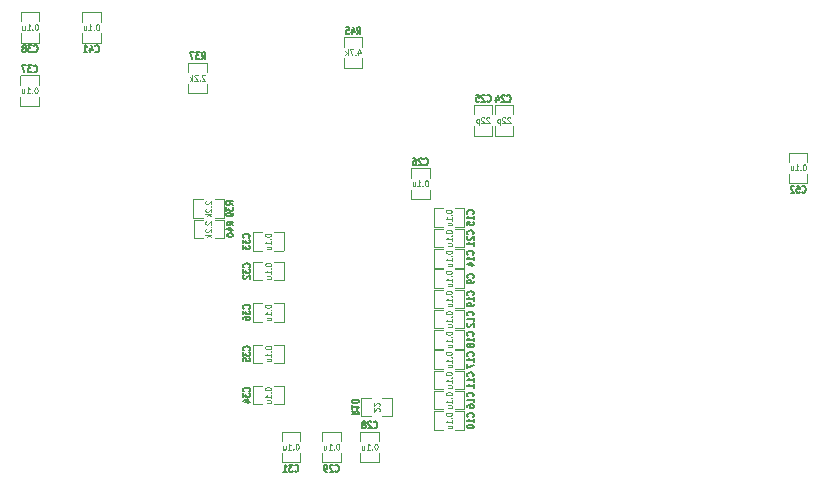
<source format=gbo>
G04 #@! TF.GenerationSoftware,KiCad,Pcbnew,5.0.1+dfsg1-3*
G04 #@! TF.CreationDate,2018-12-17T22:42:35+02:00*
G04 #@! TF.ProjectId,isl_board,69736C5F626F6172642E6B696361645F,rev?*
G04 #@! TF.SameCoordinates,Original*
G04 #@! TF.FileFunction,Legend,Bot*
G04 #@! TF.FilePolarity,Positive*
%FSLAX46Y46*%
G04 Gerber Fmt 4.6, Leading zero omitted, Abs format (unit mm)*
G04 Created by KiCad (PCBNEW 5.0.1+dfsg1-3) date 2018-12-17T22:42:35 EET*
%MOMM*%
%LPD*%
G01*
G04 APERTURE LIST*
%ADD10C,0.119380*%
%ADD11C,0.127000*%
%ADD12C,0.114300*%
G04 APERTURE END LIST*
D10*
G04 #@! TO.C,C52*
X88245140Y-42999620D02*
X88245140Y-42217300D01*
X88245140Y-44000380D02*
X88245140Y-44782700D01*
X89814860Y-42999620D02*
X89814860Y-42217300D01*
X89814860Y-44782700D02*
X89814860Y-44000380D01*
X89792000Y-42209680D02*
X88268000Y-42209680D01*
X88268000Y-44790320D02*
X89792000Y-44790320D01*
G04 #@! TO.C,R10*
X53830380Y-62985140D02*
X54612700Y-62985140D01*
X52829620Y-62985140D02*
X52047300Y-62985140D01*
X53830380Y-64554860D02*
X54612700Y-64554860D01*
X52047300Y-64554860D02*
X52829620Y-64554860D01*
X54620320Y-64532000D02*
X54620320Y-63008000D01*
X52039680Y-63008000D02*
X52039680Y-64532000D01*
G04 #@! TO.C,C9*
X58979620Y-53674860D02*
X58197300Y-53674860D01*
X59980380Y-53674860D02*
X60762700Y-53674860D01*
X58979620Y-52105140D02*
X58197300Y-52105140D01*
X60762700Y-52105140D02*
X59980380Y-52105140D01*
X58189680Y-52128000D02*
X58189680Y-53652000D01*
X60770320Y-53652000D02*
X60770320Y-52128000D01*
G04 #@! TO.C,C10*
X58979620Y-65684860D02*
X58197300Y-65684860D01*
X59980380Y-65684860D02*
X60762700Y-65684860D01*
X58979620Y-64115140D02*
X58197300Y-64115140D01*
X60762700Y-64115140D02*
X59980380Y-64115140D01*
X58189680Y-64138000D02*
X58189680Y-65662000D01*
X60770320Y-65662000D02*
X60770320Y-64138000D01*
G04 #@! TO.C,C11*
X58979620Y-62254860D02*
X58197300Y-62254860D01*
X59980380Y-62254860D02*
X60762700Y-62254860D01*
X58979620Y-60685140D02*
X58197300Y-60685140D01*
X60762700Y-60685140D02*
X59980380Y-60685140D01*
X58189680Y-60708000D02*
X58189680Y-62232000D01*
X60770320Y-62232000D02*
X60770320Y-60708000D01*
G04 #@! TO.C,C12*
X58979620Y-57104860D02*
X58197300Y-57104860D01*
X59980380Y-57104860D02*
X60762700Y-57104860D01*
X58979620Y-55535140D02*
X58197300Y-55535140D01*
X60762700Y-55535140D02*
X59980380Y-55535140D01*
X58189680Y-55558000D02*
X58189680Y-57082000D01*
X60770320Y-57082000D02*
X60770320Y-55558000D01*
G04 #@! TO.C,C14*
X58979620Y-51954860D02*
X58197300Y-51954860D01*
X59980380Y-51954860D02*
X60762700Y-51954860D01*
X58979620Y-50385140D02*
X58197300Y-50385140D01*
X60762700Y-50385140D02*
X59980380Y-50385140D01*
X58189680Y-50408000D02*
X58189680Y-51932000D01*
X60770320Y-51932000D02*
X60770320Y-50408000D01*
G04 #@! TO.C,C15*
X58969620Y-48504860D02*
X58187300Y-48504860D01*
X59970380Y-48504860D02*
X60752700Y-48504860D01*
X58969620Y-46935140D02*
X58187300Y-46935140D01*
X60752700Y-46935140D02*
X59970380Y-46935140D01*
X58179680Y-46958000D02*
X58179680Y-48482000D01*
X60760320Y-48482000D02*
X60760320Y-46958000D01*
G04 #@! TO.C,C16*
X58979620Y-63964860D02*
X58197300Y-63964860D01*
X59980380Y-63964860D02*
X60762700Y-63964860D01*
X58979620Y-62395140D02*
X58197300Y-62395140D01*
X60762700Y-62395140D02*
X59980380Y-62395140D01*
X58189680Y-62418000D02*
X58189680Y-63942000D01*
X60770320Y-63942000D02*
X60770320Y-62418000D01*
G04 #@! TO.C,C17*
X58979620Y-60534860D02*
X58197300Y-60534860D01*
X59980380Y-60534860D02*
X60762700Y-60534860D01*
X58979620Y-58965140D02*
X58197300Y-58965140D01*
X60762700Y-58965140D02*
X59980380Y-58965140D01*
X58189680Y-58988000D02*
X58189680Y-60512000D01*
X60770320Y-60512000D02*
X60770320Y-58988000D01*
G04 #@! TO.C,C18*
X58979620Y-58814860D02*
X58197300Y-58814860D01*
X59980380Y-58814860D02*
X60762700Y-58814860D01*
X58979620Y-57245140D02*
X58197300Y-57245140D01*
X60762700Y-57245140D02*
X59980380Y-57245140D01*
X58189680Y-57268000D02*
X58189680Y-58792000D01*
X60770320Y-58792000D02*
X60770320Y-57268000D01*
G04 #@! TO.C,C19*
X58979620Y-55384860D02*
X58197300Y-55384860D01*
X59980380Y-55384860D02*
X60762700Y-55384860D01*
X58979620Y-53815140D02*
X58197300Y-53815140D01*
X60762700Y-53815140D02*
X59980380Y-53815140D01*
X58189680Y-53838000D02*
X58189680Y-55362000D01*
X60770320Y-55362000D02*
X60770320Y-53838000D01*
G04 #@! TO.C,C21*
X58979620Y-50234860D02*
X58197300Y-50234860D01*
X59980380Y-50234860D02*
X60762700Y-50234860D01*
X58979620Y-48665140D02*
X58197300Y-48665140D01*
X60762700Y-48665140D02*
X59980380Y-48665140D01*
X58189680Y-48688000D02*
X58189680Y-50212000D01*
X60770320Y-50212000D02*
X60770320Y-48688000D01*
G04 #@! TO.C,C24*
X63335140Y-38979620D02*
X63335140Y-38197300D01*
X63335140Y-39980380D02*
X63335140Y-40762700D01*
X64904860Y-38979620D02*
X64904860Y-38197300D01*
X64904860Y-40762700D02*
X64904860Y-39980380D01*
X64882000Y-38189680D02*
X63358000Y-38189680D01*
X63358000Y-40770320D02*
X64882000Y-40770320D01*
G04 #@! TO.C,C25*
X61555140Y-38979620D02*
X61555140Y-38197300D01*
X61555140Y-39980380D02*
X61555140Y-40762700D01*
X63124860Y-38979620D02*
X63124860Y-38197300D01*
X63124860Y-40762700D02*
X63124860Y-39980380D01*
X63102000Y-38189680D02*
X61578000Y-38189680D01*
X61578000Y-40770320D02*
X63102000Y-40770320D01*
G04 #@! TO.C,C26*
X57824860Y-45340380D02*
X57824860Y-46122700D01*
X57824860Y-44339620D02*
X57824860Y-43557300D01*
X56255140Y-45340380D02*
X56255140Y-46122700D01*
X56255140Y-43557300D02*
X56255140Y-44339620D01*
X56278000Y-46130320D02*
X57802000Y-46130320D01*
X57802000Y-43549680D02*
X56278000Y-43549680D01*
G04 #@! TO.C,C28*
X53544860Y-67630380D02*
X53544860Y-68412700D01*
X53544860Y-66629620D02*
X53544860Y-65847300D01*
X51975140Y-67630380D02*
X51975140Y-68412700D01*
X51975140Y-65847300D02*
X51975140Y-66629620D01*
X51998000Y-68420320D02*
X53522000Y-68420320D01*
X53522000Y-65839680D02*
X51998000Y-65839680D01*
G04 #@! TO.C,C29*
X48735140Y-66629620D02*
X48735140Y-65847300D01*
X48735140Y-67630380D02*
X48735140Y-68412700D01*
X50304860Y-66629620D02*
X50304860Y-65847300D01*
X50304860Y-68412700D02*
X50304860Y-67630380D01*
X50282000Y-65839680D02*
X48758000Y-65839680D01*
X48758000Y-68420320D02*
X50282000Y-68420320D01*
G04 #@! TO.C,C31*
X45295140Y-66639620D02*
X45295140Y-65857300D01*
X45295140Y-67640380D02*
X45295140Y-68422700D01*
X46864860Y-66639620D02*
X46864860Y-65857300D01*
X46864860Y-68422700D02*
X46864860Y-67640380D01*
X46842000Y-65849680D02*
X45318000Y-65849680D01*
X45318000Y-68430320D02*
X46842000Y-68430320D01*
G04 #@! TO.C,C32*
X44680380Y-51455140D02*
X45462700Y-51455140D01*
X43679620Y-51455140D02*
X42897300Y-51455140D01*
X44680380Y-53024860D02*
X45462700Y-53024860D01*
X42897300Y-53024860D02*
X43679620Y-53024860D01*
X45470320Y-53002000D02*
X45470320Y-51478000D01*
X42889680Y-51478000D02*
X42889680Y-53002000D01*
G04 #@! TO.C,C33*
X44670380Y-48955140D02*
X45452700Y-48955140D01*
X43669620Y-48955140D02*
X42887300Y-48955140D01*
X44670380Y-50524860D02*
X45452700Y-50524860D01*
X42887300Y-50524860D02*
X43669620Y-50524860D01*
X45460320Y-50502000D02*
X45460320Y-48978000D01*
X42879680Y-48978000D02*
X42879680Y-50502000D01*
G04 #@! TO.C,C34*
X44680380Y-61965140D02*
X45462700Y-61965140D01*
X43679620Y-61965140D02*
X42897300Y-61965140D01*
X44680380Y-63534860D02*
X45462700Y-63534860D01*
X42897300Y-63534860D02*
X43679620Y-63534860D01*
X45470320Y-63512000D02*
X45470320Y-61988000D01*
X42889680Y-61988000D02*
X42889680Y-63512000D01*
G04 #@! TO.C,C35*
X44680380Y-58465140D02*
X45462700Y-58465140D01*
X43679620Y-58465140D02*
X42897300Y-58465140D01*
X44680380Y-60034860D02*
X45462700Y-60034860D01*
X42897300Y-60034860D02*
X43679620Y-60034860D01*
X45470320Y-60012000D02*
X45470320Y-58488000D01*
X42889680Y-58488000D02*
X42889680Y-60012000D01*
G04 #@! TO.C,C36*
X44680380Y-54965140D02*
X45462700Y-54965140D01*
X43679620Y-54965140D02*
X42897300Y-54965140D01*
X44680380Y-56534860D02*
X45462700Y-56534860D01*
X42897300Y-56534860D02*
X43679620Y-56534860D01*
X45470320Y-56512000D02*
X45470320Y-54988000D01*
X42889680Y-54988000D02*
X42889680Y-56512000D01*
G04 #@! TO.C,C37*
X24754913Y-37473223D02*
X24754913Y-38255543D01*
X24754913Y-36472463D02*
X24754913Y-35690143D01*
X23185193Y-37473223D02*
X23185193Y-38255543D01*
X23185193Y-35690143D02*
X23185193Y-36472463D01*
X23208053Y-38263163D02*
X24732053Y-38263163D01*
X24732053Y-35682523D02*
X23208053Y-35682523D01*
G04 #@! TO.C,C38*
X23215193Y-31102463D02*
X23215193Y-30320143D01*
X23215193Y-32103223D02*
X23215193Y-32885543D01*
X24784913Y-31102463D02*
X24784913Y-30320143D01*
X24784913Y-32885543D02*
X24784913Y-32103223D01*
X24762053Y-30312523D02*
X23238053Y-30312523D01*
X23238053Y-32893163D02*
X24762053Y-32893163D01*
G04 #@! TO.C,C41*
X28405193Y-31122463D02*
X28405193Y-30340143D01*
X28405193Y-32123223D02*
X28405193Y-32905543D01*
X29974913Y-31122463D02*
X29974913Y-30340143D01*
X29974913Y-32905543D02*
X29974913Y-32123223D01*
X29952053Y-30332523D02*
X28428053Y-30332523D01*
X28428053Y-32913163D02*
X29952053Y-32913163D01*
G04 #@! TO.C,R37*
X38952000Y-34591680D02*
X37428000Y-34591680D01*
X37428000Y-37172320D02*
X38952000Y-37172320D01*
X37405140Y-34599300D02*
X37405140Y-35381620D01*
X37405140Y-36382380D02*
X37405140Y-37164700D01*
X38974860Y-35381620D02*
X38974860Y-34599300D01*
X38974860Y-36382380D02*
X38974860Y-37164700D01*
G04 #@! TO.C,R39*
X38619620Y-47754860D02*
X37837300Y-47754860D01*
X39620380Y-47754860D02*
X40402700Y-47754860D01*
X38619620Y-46185140D02*
X37837300Y-46185140D01*
X40402700Y-46185140D02*
X39620380Y-46185140D01*
X37829680Y-46208000D02*
X37829680Y-47732000D01*
X40410320Y-47732000D02*
X40410320Y-46208000D01*
G04 #@! TO.C,R40*
X38629620Y-49474860D02*
X37847300Y-49474860D01*
X39630380Y-49474860D02*
X40412700Y-49474860D01*
X38629620Y-47905140D02*
X37847300Y-47905140D01*
X40412700Y-47905140D02*
X39630380Y-47905140D01*
X37839680Y-47928000D02*
X37839680Y-49452000D01*
X40420320Y-49452000D02*
X40420320Y-47928000D01*
G04 #@! TO.C,R45*
X52134860Y-34240380D02*
X52134860Y-35022700D01*
X52134860Y-33239620D02*
X52134860Y-32457300D01*
X50565140Y-34240380D02*
X50565140Y-35022700D01*
X50565140Y-32457300D02*
X50565140Y-33239620D01*
X50588000Y-35030320D02*
X52112000Y-35030320D01*
X52112000Y-32449680D02*
X50588000Y-32449680D01*
G04 #@! TO.C,C52*
D11*
X89356571Y-45537442D02*
X89380761Y-45565261D01*
X89453333Y-45593080D01*
X89501714Y-45593080D01*
X89574285Y-45565261D01*
X89622666Y-45509623D01*
X89646857Y-45453985D01*
X89671047Y-45342709D01*
X89671047Y-45259252D01*
X89646857Y-45147976D01*
X89622666Y-45092338D01*
X89574285Y-45036700D01*
X89501714Y-45008880D01*
X89453333Y-45008880D01*
X89380761Y-45036700D01*
X89356571Y-45064519D01*
X88896952Y-45008880D02*
X89138857Y-45008880D01*
X89163047Y-45287071D01*
X89138857Y-45259252D01*
X89090476Y-45231433D01*
X88969523Y-45231433D01*
X88921142Y-45259252D01*
X88896952Y-45287071D01*
X88872761Y-45342709D01*
X88872761Y-45481804D01*
X88896952Y-45537442D01*
X88921142Y-45565261D01*
X88969523Y-45593080D01*
X89090476Y-45593080D01*
X89138857Y-45565261D01*
X89163047Y-45537442D01*
X88679238Y-45064519D02*
X88655047Y-45036700D01*
X88606666Y-45008880D01*
X88485714Y-45008880D01*
X88437333Y-45036700D01*
X88413142Y-45064519D01*
X88388952Y-45120157D01*
X88388952Y-45175795D01*
X88413142Y-45259252D01*
X88703428Y-45593080D01*
X88388952Y-45593080D01*
D12*
X89585171Y-43221809D02*
X89541628Y-43221809D01*
X89498085Y-43246000D01*
X89476314Y-43270190D01*
X89454542Y-43318571D01*
X89432771Y-43415333D01*
X89432771Y-43536285D01*
X89454542Y-43633047D01*
X89476314Y-43681428D01*
X89498085Y-43705619D01*
X89541628Y-43729809D01*
X89585171Y-43729809D01*
X89628714Y-43705619D01*
X89650485Y-43681428D01*
X89672257Y-43633047D01*
X89694028Y-43536285D01*
X89694028Y-43415333D01*
X89672257Y-43318571D01*
X89650485Y-43270190D01*
X89628714Y-43246000D01*
X89585171Y-43221809D01*
X89236828Y-43681428D02*
X89215057Y-43705619D01*
X89236828Y-43729809D01*
X89258600Y-43705619D01*
X89236828Y-43681428D01*
X89236828Y-43729809D01*
X88779628Y-43729809D02*
X89040885Y-43729809D01*
X88910257Y-43729809D02*
X88910257Y-43221809D01*
X88953800Y-43294380D01*
X88997342Y-43342761D01*
X89040885Y-43366952D01*
X88387742Y-43391142D02*
X88387742Y-43729809D01*
X88583685Y-43391142D02*
X88583685Y-43657238D01*
X88561914Y-43705619D01*
X88518371Y-43729809D01*
X88453057Y-43729809D01*
X88409514Y-43705619D01*
X88387742Y-43681428D01*
G04 #@! TO.C,R10*
D11*
X51236919Y-64096571D02*
X51515109Y-64265904D01*
X51236919Y-64386857D02*
X51821119Y-64386857D01*
X51821119Y-64193333D01*
X51793300Y-64144952D01*
X51765480Y-64120761D01*
X51709842Y-64096571D01*
X51626385Y-64096571D01*
X51570747Y-64120761D01*
X51542928Y-64144952D01*
X51515109Y-64193333D01*
X51515109Y-64386857D01*
X51236919Y-63612761D02*
X51236919Y-63903047D01*
X51236919Y-63757904D02*
X51821119Y-63757904D01*
X51737661Y-63806285D01*
X51682023Y-63854666D01*
X51654204Y-63903047D01*
X51821119Y-63298285D02*
X51821119Y-63249904D01*
X51793300Y-63201523D01*
X51765480Y-63177333D01*
X51709842Y-63153142D01*
X51598566Y-63128952D01*
X51459471Y-63128952D01*
X51348195Y-63153142D01*
X51292557Y-63177333D01*
X51264738Y-63201523D01*
X51236919Y-63249904D01*
X51236919Y-63298285D01*
X51264738Y-63346666D01*
X51292557Y-63370857D01*
X51348195Y-63395047D01*
X51459471Y-63419238D01*
X51598566Y-63419238D01*
X51709842Y-63395047D01*
X51765480Y-63370857D01*
X51793300Y-63346666D01*
X51821119Y-63298285D01*
D12*
X53559809Y-64118342D02*
X53584000Y-64096571D01*
X53608190Y-64053028D01*
X53608190Y-63944171D01*
X53584000Y-63900628D01*
X53559809Y-63878857D01*
X53511428Y-63857085D01*
X53463047Y-63857085D01*
X53390476Y-63878857D01*
X53100190Y-64140114D01*
X53100190Y-63857085D01*
X53559809Y-63682914D02*
X53584000Y-63661142D01*
X53608190Y-63617600D01*
X53608190Y-63508742D01*
X53584000Y-63465200D01*
X53559809Y-63443428D01*
X53511428Y-63421657D01*
X53463047Y-63421657D01*
X53390476Y-63443428D01*
X53100190Y-63704685D01*
X53100190Y-63421657D01*
G04 #@! TO.C,C9*
D11*
X61517442Y-52805333D02*
X61545261Y-52781142D01*
X61573080Y-52708571D01*
X61573080Y-52660190D01*
X61545261Y-52587619D01*
X61489623Y-52539238D01*
X61433985Y-52515047D01*
X61322709Y-52490857D01*
X61239252Y-52490857D01*
X61127976Y-52515047D01*
X61072338Y-52539238D01*
X61016700Y-52587619D01*
X60988880Y-52660190D01*
X60988880Y-52708571D01*
X61016700Y-52781142D01*
X61044519Y-52805333D01*
X61573080Y-53047238D02*
X61573080Y-53144000D01*
X61545261Y-53192380D01*
X61517442Y-53216571D01*
X61433985Y-53264952D01*
X61322709Y-53289142D01*
X61100157Y-53289142D01*
X61044519Y-53264952D01*
X61016700Y-53240761D01*
X60988880Y-53192380D01*
X60988880Y-53095619D01*
X61016700Y-53047238D01*
X61044519Y-53023047D01*
X61100157Y-52998857D01*
X61239252Y-52998857D01*
X61294890Y-53023047D01*
X61322709Y-53047238D01*
X61350528Y-53095619D01*
X61350528Y-53192380D01*
X61322709Y-53240761D01*
X61294890Y-53264952D01*
X61239252Y-53289142D01*
D12*
X59201809Y-52334828D02*
X59201809Y-52378371D01*
X59226000Y-52421914D01*
X59250190Y-52443685D01*
X59298571Y-52465457D01*
X59395333Y-52487228D01*
X59516285Y-52487228D01*
X59613047Y-52465457D01*
X59661428Y-52443685D01*
X59685619Y-52421914D01*
X59709809Y-52378371D01*
X59709809Y-52334828D01*
X59685619Y-52291285D01*
X59661428Y-52269514D01*
X59613047Y-52247742D01*
X59516285Y-52225971D01*
X59395333Y-52225971D01*
X59298571Y-52247742D01*
X59250190Y-52269514D01*
X59226000Y-52291285D01*
X59201809Y-52334828D01*
X59661428Y-52683171D02*
X59685619Y-52704942D01*
X59709809Y-52683171D01*
X59685619Y-52661400D01*
X59661428Y-52683171D01*
X59709809Y-52683171D01*
X59709809Y-53140371D02*
X59709809Y-52879114D01*
X59709809Y-53009742D02*
X59201809Y-53009742D01*
X59274380Y-52966200D01*
X59322761Y-52922657D01*
X59346952Y-52879114D01*
X59371142Y-53532257D02*
X59709809Y-53532257D01*
X59371142Y-53336314D02*
X59637238Y-53336314D01*
X59685619Y-53358085D01*
X59709809Y-53401628D01*
X59709809Y-53466942D01*
X59685619Y-53510485D01*
X59661428Y-53532257D01*
G04 #@! TO.C,C10*
D11*
X61517442Y-64573428D02*
X61545261Y-64549238D01*
X61573080Y-64476666D01*
X61573080Y-64428285D01*
X61545261Y-64355714D01*
X61489623Y-64307333D01*
X61433985Y-64283142D01*
X61322709Y-64258952D01*
X61239252Y-64258952D01*
X61127976Y-64283142D01*
X61072338Y-64307333D01*
X61016700Y-64355714D01*
X60988880Y-64428285D01*
X60988880Y-64476666D01*
X61016700Y-64549238D01*
X61044519Y-64573428D01*
X61573080Y-65057238D02*
X61573080Y-64766952D01*
X61573080Y-64912095D02*
X60988880Y-64912095D01*
X61072338Y-64863714D01*
X61127976Y-64815333D01*
X61155795Y-64766952D01*
X60988880Y-65371714D02*
X60988880Y-65420095D01*
X61016700Y-65468476D01*
X61044519Y-65492666D01*
X61100157Y-65516857D01*
X61211433Y-65541047D01*
X61350528Y-65541047D01*
X61461804Y-65516857D01*
X61517442Y-65492666D01*
X61545261Y-65468476D01*
X61573080Y-65420095D01*
X61573080Y-65371714D01*
X61545261Y-65323333D01*
X61517442Y-65299142D01*
X61461804Y-65274952D01*
X61350528Y-65250761D01*
X61211433Y-65250761D01*
X61100157Y-65274952D01*
X61044519Y-65299142D01*
X61016700Y-65323333D01*
X60988880Y-65371714D01*
D12*
X59201809Y-64344828D02*
X59201809Y-64388371D01*
X59226000Y-64431914D01*
X59250190Y-64453685D01*
X59298571Y-64475457D01*
X59395333Y-64497228D01*
X59516285Y-64497228D01*
X59613047Y-64475457D01*
X59661428Y-64453685D01*
X59685619Y-64431914D01*
X59709809Y-64388371D01*
X59709809Y-64344828D01*
X59685619Y-64301285D01*
X59661428Y-64279514D01*
X59613047Y-64257742D01*
X59516285Y-64235971D01*
X59395333Y-64235971D01*
X59298571Y-64257742D01*
X59250190Y-64279514D01*
X59226000Y-64301285D01*
X59201809Y-64344828D01*
X59661428Y-64693171D02*
X59685619Y-64714942D01*
X59709809Y-64693171D01*
X59685619Y-64671400D01*
X59661428Y-64693171D01*
X59709809Y-64693171D01*
X59709809Y-65150371D02*
X59709809Y-64889114D01*
X59709809Y-65019742D02*
X59201809Y-65019742D01*
X59274380Y-64976200D01*
X59322761Y-64932657D01*
X59346952Y-64889114D01*
X59371142Y-65542257D02*
X59709809Y-65542257D01*
X59371142Y-65346314D02*
X59637238Y-65346314D01*
X59685619Y-65368085D01*
X59709809Y-65411628D01*
X59709809Y-65476942D01*
X59685619Y-65520485D01*
X59661428Y-65542257D01*
G04 #@! TO.C,C11*
D11*
X61517442Y-61143428D02*
X61545261Y-61119238D01*
X61573080Y-61046666D01*
X61573080Y-60998285D01*
X61545261Y-60925714D01*
X61489623Y-60877333D01*
X61433985Y-60853142D01*
X61322709Y-60828952D01*
X61239252Y-60828952D01*
X61127976Y-60853142D01*
X61072338Y-60877333D01*
X61016700Y-60925714D01*
X60988880Y-60998285D01*
X60988880Y-61046666D01*
X61016700Y-61119238D01*
X61044519Y-61143428D01*
X61573080Y-61627238D02*
X61573080Y-61336952D01*
X61573080Y-61482095D02*
X60988880Y-61482095D01*
X61072338Y-61433714D01*
X61127976Y-61385333D01*
X61155795Y-61336952D01*
X61573080Y-62111047D02*
X61573080Y-61820761D01*
X61573080Y-61965904D02*
X60988880Y-61965904D01*
X61072338Y-61917523D01*
X61127976Y-61869142D01*
X61155795Y-61820761D01*
D12*
X59201809Y-60914828D02*
X59201809Y-60958371D01*
X59226000Y-61001914D01*
X59250190Y-61023685D01*
X59298571Y-61045457D01*
X59395333Y-61067228D01*
X59516285Y-61067228D01*
X59613047Y-61045457D01*
X59661428Y-61023685D01*
X59685619Y-61001914D01*
X59709809Y-60958371D01*
X59709809Y-60914828D01*
X59685619Y-60871285D01*
X59661428Y-60849514D01*
X59613047Y-60827742D01*
X59516285Y-60805971D01*
X59395333Y-60805971D01*
X59298571Y-60827742D01*
X59250190Y-60849514D01*
X59226000Y-60871285D01*
X59201809Y-60914828D01*
X59661428Y-61263171D02*
X59685619Y-61284942D01*
X59709809Y-61263171D01*
X59685619Y-61241400D01*
X59661428Y-61263171D01*
X59709809Y-61263171D01*
X59709809Y-61720371D02*
X59709809Y-61459114D01*
X59709809Y-61589742D02*
X59201809Y-61589742D01*
X59274380Y-61546200D01*
X59322761Y-61502657D01*
X59346952Y-61459114D01*
X59371142Y-62112257D02*
X59709809Y-62112257D01*
X59371142Y-61916314D02*
X59637238Y-61916314D01*
X59685619Y-61938085D01*
X59709809Y-61981628D01*
X59709809Y-62046942D01*
X59685619Y-62090485D01*
X59661428Y-62112257D01*
G04 #@! TO.C,C12*
D11*
X61517442Y-55993428D02*
X61545261Y-55969238D01*
X61573080Y-55896666D01*
X61573080Y-55848285D01*
X61545261Y-55775714D01*
X61489623Y-55727333D01*
X61433985Y-55703142D01*
X61322709Y-55678952D01*
X61239252Y-55678952D01*
X61127976Y-55703142D01*
X61072338Y-55727333D01*
X61016700Y-55775714D01*
X60988880Y-55848285D01*
X60988880Y-55896666D01*
X61016700Y-55969238D01*
X61044519Y-55993428D01*
X61573080Y-56477238D02*
X61573080Y-56186952D01*
X61573080Y-56332095D02*
X60988880Y-56332095D01*
X61072338Y-56283714D01*
X61127976Y-56235333D01*
X61155795Y-56186952D01*
X61044519Y-56670761D02*
X61016700Y-56694952D01*
X60988880Y-56743333D01*
X60988880Y-56864285D01*
X61016700Y-56912666D01*
X61044519Y-56936857D01*
X61100157Y-56961047D01*
X61155795Y-56961047D01*
X61239252Y-56936857D01*
X61573080Y-56646571D01*
X61573080Y-56961047D01*
D12*
X59201809Y-55764828D02*
X59201809Y-55808371D01*
X59226000Y-55851914D01*
X59250190Y-55873685D01*
X59298571Y-55895457D01*
X59395333Y-55917228D01*
X59516285Y-55917228D01*
X59613047Y-55895457D01*
X59661428Y-55873685D01*
X59685619Y-55851914D01*
X59709809Y-55808371D01*
X59709809Y-55764828D01*
X59685619Y-55721285D01*
X59661428Y-55699514D01*
X59613047Y-55677742D01*
X59516285Y-55655971D01*
X59395333Y-55655971D01*
X59298571Y-55677742D01*
X59250190Y-55699514D01*
X59226000Y-55721285D01*
X59201809Y-55764828D01*
X59661428Y-56113171D02*
X59685619Y-56134942D01*
X59709809Y-56113171D01*
X59685619Y-56091400D01*
X59661428Y-56113171D01*
X59709809Y-56113171D01*
X59709809Y-56570371D02*
X59709809Y-56309114D01*
X59709809Y-56439742D02*
X59201809Y-56439742D01*
X59274380Y-56396200D01*
X59322761Y-56352657D01*
X59346952Y-56309114D01*
X59371142Y-56962257D02*
X59709809Y-56962257D01*
X59371142Y-56766314D02*
X59637238Y-56766314D01*
X59685619Y-56788085D01*
X59709809Y-56831628D01*
X59709809Y-56896942D01*
X59685619Y-56940485D01*
X59661428Y-56962257D01*
G04 #@! TO.C,C14*
D11*
X61517442Y-50843428D02*
X61545261Y-50819238D01*
X61573080Y-50746666D01*
X61573080Y-50698285D01*
X61545261Y-50625714D01*
X61489623Y-50577333D01*
X61433985Y-50553142D01*
X61322709Y-50528952D01*
X61239252Y-50528952D01*
X61127976Y-50553142D01*
X61072338Y-50577333D01*
X61016700Y-50625714D01*
X60988880Y-50698285D01*
X60988880Y-50746666D01*
X61016700Y-50819238D01*
X61044519Y-50843428D01*
X61573080Y-51327238D02*
X61573080Y-51036952D01*
X61573080Y-51182095D02*
X60988880Y-51182095D01*
X61072338Y-51133714D01*
X61127976Y-51085333D01*
X61155795Y-51036952D01*
X61183614Y-51762666D02*
X61573080Y-51762666D01*
X60961061Y-51641714D02*
X61378347Y-51520761D01*
X61378347Y-51835238D01*
D12*
X59201809Y-50614828D02*
X59201809Y-50658371D01*
X59226000Y-50701914D01*
X59250190Y-50723685D01*
X59298571Y-50745457D01*
X59395333Y-50767228D01*
X59516285Y-50767228D01*
X59613047Y-50745457D01*
X59661428Y-50723685D01*
X59685619Y-50701914D01*
X59709809Y-50658371D01*
X59709809Y-50614828D01*
X59685619Y-50571285D01*
X59661428Y-50549514D01*
X59613047Y-50527742D01*
X59516285Y-50505971D01*
X59395333Y-50505971D01*
X59298571Y-50527742D01*
X59250190Y-50549514D01*
X59226000Y-50571285D01*
X59201809Y-50614828D01*
X59661428Y-50963171D02*
X59685619Y-50984942D01*
X59709809Y-50963171D01*
X59685619Y-50941400D01*
X59661428Y-50963171D01*
X59709809Y-50963171D01*
X59709809Y-51420371D02*
X59709809Y-51159114D01*
X59709809Y-51289742D02*
X59201809Y-51289742D01*
X59274380Y-51246200D01*
X59322761Y-51202657D01*
X59346952Y-51159114D01*
X59371142Y-51812257D02*
X59709809Y-51812257D01*
X59371142Y-51616314D02*
X59637238Y-51616314D01*
X59685619Y-51638085D01*
X59709809Y-51681628D01*
X59709809Y-51746942D01*
X59685619Y-51790485D01*
X59661428Y-51812257D01*
G04 #@! TO.C,C15*
D11*
X61507442Y-47393428D02*
X61535261Y-47369238D01*
X61563080Y-47296666D01*
X61563080Y-47248285D01*
X61535261Y-47175714D01*
X61479623Y-47127333D01*
X61423985Y-47103142D01*
X61312709Y-47078952D01*
X61229252Y-47078952D01*
X61117976Y-47103142D01*
X61062338Y-47127333D01*
X61006700Y-47175714D01*
X60978880Y-47248285D01*
X60978880Y-47296666D01*
X61006700Y-47369238D01*
X61034519Y-47393428D01*
X61563080Y-47877238D02*
X61563080Y-47586952D01*
X61563080Y-47732095D02*
X60978880Y-47732095D01*
X61062338Y-47683714D01*
X61117976Y-47635333D01*
X61145795Y-47586952D01*
X60978880Y-48336857D02*
X60978880Y-48094952D01*
X61257071Y-48070761D01*
X61229252Y-48094952D01*
X61201433Y-48143333D01*
X61201433Y-48264285D01*
X61229252Y-48312666D01*
X61257071Y-48336857D01*
X61312709Y-48361047D01*
X61451804Y-48361047D01*
X61507442Y-48336857D01*
X61535261Y-48312666D01*
X61563080Y-48264285D01*
X61563080Y-48143333D01*
X61535261Y-48094952D01*
X61507442Y-48070761D01*
D12*
X59191809Y-47164828D02*
X59191809Y-47208371D01*
X59216000Y-47251914D01*
X59240190Y-47273685D01*
X59288571Y-47295457D01*
X59385333Y-47317228D01*
X59506285Y-47317228D01*
X59603047Y-47295457D01*
X59651428Y-47273685D01*
X59675619Y-47251914D01*
X59699809Y-47208371D01*
X59699809Y-47164828D01*
X59675619Y-47121285D01*
X59651428Y-47099514D01*
X59603047Y-47077742D01*
X59506285Y-47055971D01*
X59385333Y-47055971D01*
X59288571Y-47077742D01*
X59240190Y-47099514D01*
X59216000Y-47121285D01*
X59191809Y-47164828D01*
X59651428Y-47513171D02*
X59675619Y-47534942D01*
X59699809Y-47513171D01*
X59675619Y-47491400D01*
X59651428Y-47513171D01*
X59699809Y-47513171D01*
X59699809Y-47970371D02*
X59699809Y-47709114D01*
X59699809Y-47839742D02*
X59191809Y-47839742D01*
X59264380Y-47796200D01*
X59312761Y-47752657D01*
X59336952Y-47709114D01*
X59361142Y-48362257D02*
X59699809Y-48362257D01*
X59361142Y-48166314D02*
X59627238Y-48166314D01*
X59675619Y-48188085D01*
X59699809Y-48231628D01*
X59699809Y-48296942D01*
X59675619Y-48340485D01*
X59651428Y-48362257D01*
G04 #@! TO.C,C16*
D11*
X61517442Y-62853428D02*
X61545261Y-62829238D01*
X61573080Y-62756666D01*
X61573080Y-62708285D01*
X61545261Y-62635714D01*
X61489623Y-62587333D01*
X61433985Y-62563142D01*
X61322709Y-62538952D01*
X61239252Y-62538952D01*
X61127976Y-62563142D01*
X61072338Y-62587333D01*
X61016700Y-62635714D01*
X60988880Y-62708285D01*
X60988880Y-62756666D01*
X61016700Y-62829238D01*
X61044519Y-62853428D01*
X61573080Y-63337238D02*
X61573080Y-63046952D01*
X61573080Y-63192095D02*
X60988880Y-63192095D01*
X61072338Y-63143714D01*
X61127976Y-63095333D01*
X61155795Y-63046952D01*
X60988880Y-63772666D02*
X60988880Y-63675904D01*
X61016700Y-63627523D01*
X61044519Y-63603333D01*
X61127976Y-63554952D01*
X61239252Y-63530761D01*
X61461804Y-63530761D01*
X61517442Y-63554952D01*
X61545261Y-63579142D01*
X61573080Y-63627523D01*
X61573080Y-63724285D01*
X61545261Y-63772666D01*
X61517442Y-63796857D01*
X61461804Y-63821047D01*
X61322709Y-63821047D01*
X61267071Y-63796857D01*
X61239252Y-63772666D01*
X61211433Y-63724285D01*
X61211433Y-63627523D01*
X61239252Y-63579142D01*
X61267071Y-63554952D01*
X61322709Y-63530761D01*
D12*
X59201809Y-62624828D02*
X59201809Y-62668371D01*
X59226000Y-62711914D01*
X59250190Y-62733685D01*
X59298571Y-62755457D01*
X59395333Y-62777228D01*
X59516285Y-62777228D01*
X59613047Y-62755457D01*
X59661428Y-62733685D01*
X59685619Y-62711914D01*
X59709809Y-62668371D01*
X59709809Y-62624828D01*
X59685619Y-62581285D01*
X59661428Y-62559514D01*
X59613047Y-62537742D01*
X59516285Y-62515971D01*
X59395333Y-62515971D01*
X59298571Y-62537742D01*
X59250190Y-62559514D01*
X59226000Y-62581285D01*
X59201809Y-62624828D01*
X59661428Y-62973171D02*
X59685619Y-62994942D01*
X59709809Y-62973171D01*
X59685619Y-62951400D01*
X59661428Y-62973171D01*
X59709809Y-62973171D01*
X59709809Y-63430371D02*
X59709809Y-63169114D01*
X59709809Y-63299742D02*
X59201809Y-63299742D01*
X59274380Y-63256200D01*
X59322761Y-63212657D01*
X59346952Y-63169114D01*
X59371142Y-63822257D02*
X59709809Y-63822257D01*
X59371142Y-63626314D02*
X59637238Y-63626314D01*
X59685619Y-63648085D01*
X59709809Y-63691628D01*
X59709809Y-63756942D01*
X59685619Y-63800485D01*
X59661428Y-63822257D01*
G04 #@! TO.C,C17*
D11*
X61517442Y-59423428D02*
X61545261Y-59399238D01*
X61573080Y-59326666D01*
X61573080Y-59278285D01*
X61545261Y-59205714D01*
X61489623Y-59157333D01*
X61433985Y-59133142D01*
X61322709Y-59108952D01*
X61239252Y-59108952D01*
X61127976Y-59133142D01*
X61072338Y-59157333D01*
X61016700Y-59205714D01*
X60988880Y-59278285D01*
X60988880Y-59326666D01*
X61016700Y-59399238D01*
X61044519Y-59423428D01*
X61573080Y-59907238D02*
X61573080Y-59616952D01*
X61573080Y-59762095D02*
X60988880Y-59762095D01*
X61072338Y-59713714D01*
X61127976Y-59665333D01*
X61155795Y-59616952D01*
X60988880Y-60076571D02*
X60988880Y-60415238D01*
X61573080Y-60197523D01*
D12*
X59201809Y-59194828D02*
X59201809Y-59238371D01*
X59226000Y-59281914D01*
X59250190Y-59303685D01*
X59298571Y-59325457D01*
X59395333Y-59347228D01*
X59516285Y-59347228D01*
X59613047Y-59325457D01*
X59661428Y-59303685D01*
X59685619Y-59281914D01*
X59709809Y-59238371D01*
X59709809Y-59194828D01*
X59685619Y-59151285D01*
X59661428Y-59129514D01*
X59613047Y-59107742D01*
X59516285Y-59085971D01*
X59395333Y-59085971D01*
X59298571Y-59107742D01*
X59250190Y-59129514D01*
X59226000Y-59151285D01*
X59201809Y-59194828D01*
X59661428Y-59543171D02*
X59685619Y-59564942D01*
X59709809Y-59543171D01*
X59685619Y-59521400D01*
X59661428Y-59543171D01*
X59709809Y-59543171D01*
X59709809Y-60000371D02*
X59709809Y-59739114D01*
X59709809Y-59869742D02*
X59201809Y-59869742D01*
X59274380Y-59826200D01*
X59322761Y-59782657D01*
X59346952Y-59739114D01*
X59371142Y-60392257D02*
X59709809Y-60392257D01*
X59371142Y-60196314D02*
X59637238Y-60196314D01*
X59685619Y-60218085D01*
X59709809Y-60261628D01*
X59709809Y-60326942D01*
X59685619Y-60370485D01*
X59661428Y-60392257D01*
G04 #@! TO.C,C18*
D11*
X61517442Y-57703428D02*
X61545261Y-57679238D01*
X61573080Y-57606666D01*
X61573080Y-57558285D01*
X61545261Y-57485714D01*
X61489623Y-57437333D01*
X61433985Y-57413142D01*
X61322709Y-57388952D01*
X61239252Y-57388952D01*
X61127976Y-57413142D01*
X61072338Y-57437333D01*
X61016700Y-57485714D01*
X60988880Y-57558285D01*
X60988880Y-57606666D01*
X61016700Y-57679238D01*
X61044519Y-57703428D01*
X61573080Y-58187238D02*
X61573080Y-57896952D01*
X61573080Y-58042095D02*
X60988880Y-58042095D01*
X61072338Y-57993714D01*
X61127976Y-57945333D01*
X61155795Y-57896952D01*
X61239252Y-58477523D02*
X61211433Y-58429142D01*
X61183614Y-58404952D01*
X61127976Y-58380761D01*
X61100157Y-58380761D01*
X61044519Y-58404952D01*
X61016700Y-58429142D01*
X60988880Y-58477523D01*
X60988880Y-58574285D01*
X61016700Y-58622666D01*
X61044519Y-58646857D01*
X61100157Y-58671047D01*
X61127976Y-58671047D01*
X61183614Y-58646857D01*
X61211433Y-58622666D01*
X61239252Y-58574285D01*
X61239252Y-58477523D01*
X61267071Y-58429142D01*
X61294890Y-58404952D01*
X61350528Y-58380761D01*
X61461804Y-58380761D01*
X61517442Y-58404952D01*
X61545261Y-58429142D01*
X61573080Y-58477523D01*
X61573080Y-58574285D01*
X61545261Y-58622666D01*
X61517442Y-58646857D01*
X61461804Y-58671047D01*
X61350528Y-58671047D01*
X61294890Y-58646857D01*
X61267071Y-58622666D01*
X61239252Y-58574285D01*
D12*
X59201809Y-57474828D02*
X59201809Y-57518371D01*
X59226000Y-57561914D01*
X59250190Y-57583685D01*
X59298571Y-57605457D01*
X59395333Y-57627228D01*
X59516285Y-57627228D01*
X59613047Y-57605457D01*
X59661428Y-57583685D01*
X59685619Y-57561914D01*
X59709809Y-57518371D01*
X59709809Y-57474828D01*
X59685619Y-57431285D01*
X59661428Y-57409514D01*
X59613047Y-57387742D01*
X59516285Y-57365971D01*
X59395333Y-57365971D01*
X59298571Y-57387742D01*
X59250190Y-57409514D01*
X59226000Y-57431285D01*
X59201809Y-57474828D01*
X59661428Y-57823171D02*
X59685619Y-57844942D01*
X59709809Y-57823171D01*
X59685619Y-57801400D01*
X59661428Y-57823171D01*
X59709809Y-57823171D01*
X59709809Y-58280371D02*
X59709809Y-58019114D01*
X59709809Y-58149742D02*
X59201809Y-58149742D01*
X59274380Y-58106200D01*
X59322761Y-58062657D01*
X59346952Y-58019114D01*
X59371142Y-58672257D02*
X59709809Y-58672257D01*
X59371142Y-58476314D02*
X59637238Y-58476314D01*
X59685619Y-58498085D01*
X59709809Y-58541628D01*
X59709809Y-58606942D01*
X59685619Y-58650485D01*
X59661428Y-58672257D01*
G04 #@! TO.C,C19*
D11*
X61517442Y-54273428D02*
X61545261Y-54249238D01*
X61573080Y-54176666D01*
X61573080Y-54128285D01*
X61545261Y-54055714D01*
X61489623Y-54007333D01*
X61433985Y-53983142D01*
X61322709Y-53958952D01*
X61239252Y-53958952D01*
X61127976Y-53983142D01*
X61072338Y-54007333D01*
X61016700Y-54055714D01*
X60988880Y-54128285D01*
X60988880Y-54176666D01*
X61016700Y-54249238D01*
X61044519Y-54273428D01*
X61573080Y-54757238D02*
X61573080Y-54466952D01*
X61573080Y-54612095D02*
X60988880Y-54612095D01*
X61072338Y-54563714D01*
X61127976Y-54515333D01*
X61155795Y-54466952D01*
X61573080Y-54999142D02*
X61573080Y-55095904D01*
X61545261Y-55144285D01*
X61517442Y-55168476D01*
X61433985Y-55216857D01*
X61322709Y-55241047D01*
X61100157Y-55241047D01*
X61044519Y-55216857D01*
X61016700Y-55192666D01*
X60988880Y-55144285D01*
X60988880Y-55047523D01*
X61016700Y-54999142D01*
X61044519Y-54974952D01*
X61100157Y-54950761D01*
X61239252Y-54950761D01*
X61294890Y-54974952D01*
X61322709Y-54999142D01*
X61350528Y-55047523D01*
X61350528Y-55144285D01*
X61322709Y-55192666D01*
X61294890Y-55216857D01*
X61239252Y-55241047D01*
D12*
X59201809Y-54044828D02*
X59201809Y-54088371D01*
X59226000Y-54131914D01*
X59250190Y-54153685D01*
X59298571Y-54175457D01*
X59395333Y-54197228D01*
X59516285Y-54197228D01*
X59613047Y-54175457D01*
X59661428Y-54153685D01*
X59685619Y-54131914D01*
X59709809Y-54088371D01*
X59709809Y-54044828D01*
X59685619Y-54001285D01*
X59661428Y-53979514D01*
X59613047Y-53957742D01*
X59516285Y-53935971D01*
X59395333Y-53935971D01*
X59298571Y-53957742D01*
X59250190Y-53979514D01*
X59226000Y-54001285D01*
X59201809Y-54044828D01*
X59661428Y-54393171D02*
X59685619Y-54414942D01*
X59709809Y-54393171D01*
X59685619Y-54371400D01*
X59661428Y-54393171D01*
X59709809Y-54393171D01*
X59709809Y-54850371D02*
X59709809Y-54589114D01*
X59709809Y-54719742D02*
X59201809Y-54719742D01*
X59274380Y-54676200D01*
X59322761Y-54632657D01*
X59346952Y-54589114D01*
X59371142Y-55242257D02*
X59709809Y-55242257D01*
X59371142Y-55046314D02*
X59637238Y-55046314D01*
X59685619Y-55068085D01*
X59709809Y-55111628D01*
X59709809Y-55176942D01*
X59685619Y-55220485D01*
X59661428Y-55242257D01*
G04 #@! TO.C,C21*
D11*
X61517442Y-49123428D02*
X61545261Y-49099238D01*
X61573080Y-49026666D01*
X61573080Y-48978285D01*
X61545261Y-48905714D01*
X61489623Y-48857333D01*
X61433985Y-48833142D01*
X61322709Y-48808952D01*
X61239252Y-48808952D01*
X61127976Y-48833142D01*
X61072338Y-48857333D01*
X61016700Y-48905714D01*
X60988880Y-48978285D01*
X60988880Y-49026666D01*
X61016700Y-49099238D01*
X61044519Y-49123428D01*
X61044519Y-49316952D02*
X61016700Y-49341142D01*
X60988880Y-49389523D01*
X60988880Y-49510476D01*
X61016700Y-49558857D01*
X61044519Y-49583047D01*
X61100157Y-49607238D01*
X61155795Y-49607238D01*
X61239252Y-49583047D01*
X61573080Y-49292761D01*
X61573080Y-49607238D01*
X61573080Y-50091047D02*
X61573080Y-49800761D01*
X61573080Y-49945904D02*
X60988880Y-49945904D01*
X61072338Y-49897523D01*
X61127976Y-49849142D01*
X61155795Y-49800761D01*
D12*
X59201809Y-48894828D02*
X59201809Y-48938371D01*
X59226000Y-48981914D01*
X59250190Y-49003685D01*
X59298571Y-49025457D01*
X59395333Y-49047228D01*
X59516285Y-49047228D01*
X59613047Y-49025457D01*
X59661428Y-49003685D01*
X59685619Y-48981914D01*
X59709809Y-48938371D01*
X59709809Y-48894828D01*
X59685619Y-48851285D01*
X59661428Y-48829514D01*
X59613047Y-48807742D01*
X59516285Y-48785971D01*
X59395333Y-48785971D01*
X59298571Y-48807742D01*
X59250190Y-48829514D01*
X59226000Y-48851285D01*
X59201809Y-48894828D01*
X59661428Y-49243171D02*
X59685619Y-49264942D01*
X59709809Y-49243171D01*
X59685619Y-49221400D01*
X59661428Y-49243171D01*
X59709809Y-49243171D01*
X59709809Y-49700371D02*
X59709809Y-49439114D01*
X59709809Y-49569742D02*
X59201809Y-49569742D01*
X59274380Y-49526200D01*
X59322761Y-49482657D01*
X59346952Y-49439114D01*
X59371142Y-50092257D02*
X59709809Y-50092257D01*
X59371142Y-49896314D02*
X59637238Y-49896314D01*
X59685619Y-49918085D01*
X59709809Y-49961628D01*
X59709809Y-50026942D01*
X59685619Y-50070485D01*
X59661428Y-50092257D01*
G04 #@! TO.C,C24*
D11*
X64376571Y-37868642D02*
X64400761Y-37896461D01*
X64473333Y-37924280D01*
X64521714Y-37924280D01*
X64594285Y-37896461D01*
X64642666Y-37840823D01*
X64666857Y-37785185D01*
X64691047Y-37673909D01*
X64691047Y-37590452D01*
X64666857Y-37479176D01*
X64642666Y-37423538D01*
X64594285Y-37367900D01*
X64521714Y-37340080D01*
X64473333Y-37340080D01*
X64400761Y-37367900D01*
X64376571Y-37395719D01*
X64183047Y-37395719D02*
X64158857Y-37367900D01*
X64110476Y-37340080D01*
X63989523Y-37340080D01*
X63941142Y-37367900D01*
X63916952Y-37395719D01*
X63892761Y-37451357D01*
X63892761Y-37506995D01*
X63916952Y-37590452D01*
X64207238Y-37924280D01*
X63892761Y-37924280D01*
X63457333Y-37534814D02*
X63457333Y-37924280D01*
X63578285Y-37312261D02*
X63699238Y-37729547D01*
X63384761Y-37729547D01*
D12*
X64675171Y-39250190D02*
X64653400Y-39226000D01*
X64609857Y-39201809D01*
X64501000Y-39201809D01*
X64457457Y-39226000D01*
X64435685Y-39250190D01*
X64413914Y-39298571D01*
X64413914Y-39346952D01*
X64435685Y-39419523D01*
X64696942Y-39709809D01*
X64413914Y-39709809D01*
X64239742Y-39250190D02*
X64217971Y-39226000D01*
X64174428Y-39201809D01*
X64065571Y-39201809D01*
X64022028Y-39226000D01*
X64000257Y-39250190D01*
X63978485Y-39298571D01*
X63978485Y-39346952D01*
X64000257Y-39419523D01*
X64261514Y-39709809D01*
X63978485Y-39709809D01*
X63782542Y-39371142D02*
X63782542Y-39879142D01*
X63782542Y-39395333D02*
X63739000Y-39371142D01*
X63651914Y-39371142D01*
X63608371Y-39395333D01*
X63586600Y-39419523D01*
X63564828Y-39467904D01*
X63564828Y-39613047D01*
X63586600Y-39661428D01*
X63608371Y-39685619D01*
X63651914Y-39709809D01*
X63739000Y-39709809D01*
X63782542Y-39685619D01*
G04 #@! TO.C,C25*
D11*
X62696571Y-37848642D02*
X62720761Y-37876461D01*
X62793333Y-37904280D01*
X62841714Y-37904280D01*
X62914285Y-37876461D01*
X62962666Y-37820823D01*
X62986857Y-37765185D01*
X63011047Y-37653909D01*
X63011047Y-37570452D01*
X62986857Y-37459176D01*
X62962666Y-37403538D01*
X62914285Y-37347900D01*
X62841714Y-37320080D01*
X62793333Y-37320080D01*
X62720761Y-37347900D01*
X62696571Y-37375719D01*
X62503047Y-37375719D02*
X62478857Y-37347900D01*
X62430476Y-37320080D01*
X62309523Y-37320080D01*
X62261142Y-37347900D01*
X62236952Y-37375719D01*
X62212761Y-37431357D01*
X62212761Y-37486995D01*
X62236952Y-37570452D01*
X62527238Y-37904280D01*
X62212761Y-37904280D01*
X61753142Y-37320080D02*
X61995047Y-37320080D01*
X62019238Y-37598271D01*
X61995047Y-37570452D01*
X61946666Y-37542633D01*
X61825714Y-37542633D01*
X61777333Y-37570452D01*
X61753142Y-37598271D01*
X61728952Y-37653909D01*
X61728952Y-37793004D01*
X61753142Y-37848642D01*
X61777333Y-37876461D01*
X61825714Y-37904280D01*
X61946666Y-37904280D01*
X61995047Y-37876461D01*
X62019238Y-37848642D01*
D12*
X62895171Y-39250190D02*
X62873400Y-39226000D01*
X62829857Y-39201809D01*
X62721000Y-39201809D01*
X62677457Y-39226000D01*
X62655685Y-39250190D01*
X62633914Y-39298571D01*
X62633914Y-39346952D01*
X62655685Y-39419523D01*
X62916942Y-39709809D01*
X62633914Y-39709809D01*
X62459742Y-39250190D02*
X62437971Y-39226000D01*
X62394428Y-39201809D01*
X62285571Y-39201809D01*
X62242028Y-39226000D01*
X62220257Y-39250190D01*
X62198485Y-39298571D01*
X62198485Y-39346952D01*
X62220257Y-39419523D01*
X62481514Y-39709809D01*
X62198485Y-39709809D01*
X62002542Y-39371142D02*
X62002542Y-39879142D01*
X62002542Y-39395333D02*
X61959000Y-39371142D01*
X61871914Y-39371142D01*
X61828371Y-39395333D01*
X61806600Y-39419523D01*
X61784828Y-39467904D01*
X61784828Y-39613047D01*
X61806600Y-39661428D01*
X61828371Y-39685619D01*
X61871914Y-39709809D01*
X61959000Y-39709809D01*
X62002542Y-39685619D01*
G04 #@! TO.C,C26*
D11*
X57366571Y-43219842D02*
X57390761Y-43247661D01*
X57463333Y-43275480D01*
X57511714Y-43275480D01*
X57584285Y-43247661D01*
X57632666Y-43192023D01*
X57656857Y-43136385D01*
X57681047Y-43025109D01*
X57681047Y-42941652D01*
X57656857Y-42830376D01*
X57632666Y-42774738D01*
X57584285Y-42719100D01*
X57511714Y-42691280D01*
X57463333Y-42691280D01*
X57390761Y-42719100D01*
X57366571Y-42746919D01*
X57173047Y-42746919D02*
X57148857Y-42719100D01*
X57100476Y-42691280D01*
X56979523Y-42691280D01*
X56931142Y-42719100D01*
X56906952Y-42746919D01*
X56882761Y-42802557D01*
X56882761Y-42858195D01*
X56906952Y-42941652D01*
X57197238Y-43275480D01*
X56882761Y-43275480D01*
X56447333Y-42691280D02*
X56544095Y-42691280D01*
X56592476Y-42719100D01*
X56616666Y-42746919D01*
X56665047Y-42830376D01*
X56689238Y-42941652D01*
X56689238Y-43164204D01*
X56665047Y-43219842D01*
X56640857Y-43247661D01*
X56592476Y-43275480D01*
X56495714Y-43275480D01*
X56447333Y-43247661D01*
X56423142Y-43219842D01*
X56398952Y-43164204D01*
X56398952Y-43025109D01*
X56423142Y-42969471D01*
X56447333Y-42941652D01*
X56495714Y-42913833D01*
X56592476Y-42913833D01*
X56640857Y-42941652D01*
X56665047Y-42969471D01*
X56689238Y-43025109D01*
D12*
X57595171Y-44561809D02*
X57551628Y-44561809D01*
X57508085Y-44586000D01*
X57486314Y-44610190D01*
X57464542Y-44658571D01*
X57442771Y-44755333D01*
X57442771Y-44876285D01*
X57464542Y-44973047D01*
X57486314Y-45021428D01*
X57508085Y-45045619D01*
X57551628Y-45069809D01*
X57595171Y-45069809D01*
X57638714Y-45045619D01*
X57660485Y-45021428D01*
X57682257Y-44973047D01*
X57704028Y-44876285D01*
X57704028Y-44755333D01*
X57682257Y-44658571D01*
X57660485Y-44610190D01*
X57638714Y-44586000D01*
X57595171Y-44561809D01*
X57246828Y-45021428D02*
X57225057Y-45045619D01*
X57246828Y-45069809D01*
X57268600Y-45045619D01*
X57246828Y-45021428D01*
X57246828Y-45069809D01*
X56789628Y-45069809D02*
X57050885Y-45069809D01*
X56920257Y-45069809D02*
X56920257Y-44561809D01*
X56963800Y-44634380D01*
X57007342Y-44682761D01*
X57050885Y-44706952D01*
X56397742Y-44731142D02*
X56397742Y-45069809D01*
X56593685Y-44731142D02*
X56593685Y-44997238D01*
X56571914Y-45045619D01*
X56528371Y-45069809D01*
X56463057Y-45069809D01*
X56419514Y-45045619D01*
X56397742Y-45021428D01*
G04 #@! TO.C,C28*
D11*
X53086571Y-65509842D02*
X53110761Y-65537661D01*
X53183333Y-65565480D01*
X53231714Y-65565480D01*
X53304285Y-65537661D01*
X53352666Y-65482023D01*
X53376857Y-65426385D01*
X53401047Y-65315109D01*
X53401047Y-65231652D01*
X53376857Y-65120376D01*
X53352666Y-65064738D01*
X53304285Y-65009100D01*
X53231714Y-64981280D01*
X53183333Y-64981280D01*
X53110761Y-65009100D01*
X53086571Y-65036919D01*
X52893047Y-65036919D02*
X52868857Y-65009100D01*
X52820476Y-64981280D01*
X52699523Y-64981280D01*
X52651142Y-65009100D01*
X52626952Y-65036919D01*
X52602761Y-65092557D01*
X52602761Y-65148195D01*
X52626952Y-65231652D01*
X52917238Y-65565480D01*
X52602761Y-65565480D01*
X52312476Y-65231652D02*
X52360857Y-65203833D01*
X52385047Y-65176014D01*
X52409238Y-65120376D01*
X52409238Y-65092557D01*
X52385047Y-65036919D01*
X52360857Y-65009100D01*
X52312476Y-64981280D01*
X52215714Y-64981280D01*
X52167333Y-65009100D01*
X52143142Y-65036919D01*
X52118952Y-65092557D01*
X52118952Y-65120376D01*
X52143142Y-65176014D01*
X52167333Y-65203833D01*
X52215714Y-65231652D01*
X52312476Y-65231652D01*
X52360857Y-65259471D01*
X52385047Y-65287290D01*
X52409238Y-65342928D01*
X52409238Y-65454204D01*
X52385047Y-65509842D01*
X52360857Y-65537661D01*
X52312476Y-65565480D01*
X52215714Y-65565480D01*
X52167333Y-65537661D01*
X52143142Y-65509842D01*
X52118952Y-65454204D01*
X52118952Y-65342928D01*
X52143142Y-65287290D01*
X52167333Y-65259471D01*
X52215714Y-65231652D01*
D12*
X53315171Y-66851809D02*
X53271628Y-66851809D01*
X53228085Y-66876000D01*
X53206314Y-66900190D01*
X53184542Y-66948571D01*
X53162771Y-67045333D01*
X53162771Y-67166285D01*
X53184542Y-67263047D01*
X53206314Y-67311428D01*
X53228085Y-67335619D01*
X53271628Y-67359809D01*
X53315171Y-67359809D01*
X53358714Y-67335619D01*
X53380485Y-67311428D01*
X53402257Y-67263047D01*
X53424028Y-67166285D01*
X53424028Y-67045333D01*
X53402257Y-66948571D01*
X53380485Y-66900190D01*
X53358714Y-66876000D01*
X53315171Y-66851809D01*
X52966828Y-67311428D02*
X52945057Y-67335619D01*
X52966828Y-67359809D01*
X52988600Y-67335619D01*
X52966828Y-67311428D01*
X52966828Y-67359809D01*
X52509628Y-67359809D02*
X52770885Y-67359809D01*
X52640257Y-67359809D02*
X52640257Y-66851809D01*
X52683800Y-66924380D01*
X52727342Y-66972761D01*
X52770885Y-66996952D01*
X52117742Y-67021142D02*
X52117742Y-67359809D01*
X52313685Y-67021142D02*
X52313685Y-67287238D01*
X52291914Y-67335619D01*
X52248371Y-67359809D01*
X52183057Y-67359809D01*
X52139514Y-67335619D01*
X52117742Y-67311428D01*
G04 #@! TO.C,C29*
D11*
X49846571Y-69167442D02*
X49870761Y-69195261D01*
X49943333Y-69223080D01*
X49991714Y-69223080D01*
X50064285Y-69195261D01*
X50112666Y-69139623D01*
X50136857Y-69083985D01*
X50161047Y-68972709D01*
X50161047Y-68889252D01*
X50136857Y-68777976D01*
X50112666Y-68722338D01*
X50064285Y-68666700D01*
X49991714Y-68638880D01*
X49943333Y-68638880D01*
X49870761Y-68666700D01*
X49846571Y-68694519D01*
X49653047Y-68694519D02*
X49628857Y-68666700D01*
X49580476Y-68638880D01*
X49459523Y-68638880D01*
X49411142Y-68666700D01*
X49386952Y-68694519D01*
X49362761Y-68750157D01*
X49362761Y-68805795D01*
X49386952Y-68889252D01*
X49677238Y-69223080D01*
X49362761Y-69223080D01*
X49120857Y-69223080D02*
X49024095Y-69223080D01*
X48975714Y-69195261D01*
X48951523Y-69167442D01*
X48903142Y-69083985D01*
X48878952Y-68972709D01*
X48878952Y-68750157D01*
X48903142Y-68694519D01*
X48927333Y-68666700D01*
X48975714Y-68638880D01*
X49072476Y-68638880D01*
X49120857Y-68666700D01*
X49145047Y-68694519D01*
X49169238Y-68750157D01*
X49169238Y-68889252D01*
X49145047Y-68944890D01*
X49120857Y-68972709D01*
X49072476Y-69000528D01*
X48975714Y-69000528D01*
X48927333Y-68972709D01*
X48903142Y-68944890D01*
X48878952Y-68889252D01*
D12*
X50075171Y-66851809D02*
X50031628Y-66851809D01*
X49988085Y-66876000D01*
X49966314Y-66900190D01*
X49944542Y-66948571D01*
X49922771Y-67045333D01*
X49922771Y-67166285D01*
X49944542Y-67263047D01*
X49966314Y-67311428D01*
X49988085Y-67335619D01*
X50031628Y-67359809D01*
X50075171Y-67359809D01*
X50118714Y-67335619D01*
X50140485Y-67311428D01*
X50162257Y-67263047D01*
X50184028Y-67166285D01*
X50184028Y-67045333D01*
X50162257Y-66948571D01*
X50140485Y-66900190D01*
X50118714Y-66876000D01*
X50075171Y-66851809D01*
X49726828Y-67311428D02*
X49705057Y-67335619D01*
X49726828Y-67359809D01*
X49748600Y-67335619D01*
X49726828Y-67311428D01*
X49726828Y-67359809D01*
X49269628Y-67359809D02*
X49530885Y-67359809D01*
X49400257Y-67359809D02*
X49400257Y-66851809D01*
X49443800Y-66924380D01*
X49487342Y-66972761D01*
X49530885Y-66996952D01*
X48877742Y-67021142D02*
X48877742Y-67359809D01*
X49073685Y-67021142D02*
X49073685Y-67287238D01*
X49051914Y-67335619D01*
X49008371Y-67359809D01*
X48943057Y-67359809D01*
X48899514Y-67335619D01*
X48877742Y-67311428D01*
G04 #@! TO.C,C31*
D11*
X46406571Y-69177442D02*
X46430761Y-69205261D01*
X46503333Y-69233080D01*
X46551714Y-69233080D01*
X46624285Y-69205261D01*
X46672666Y-69149623D01*
X46696857Y-69093985D01*
X46721047Y-68982709D01*
X46721047Y-68899252D01*
X46696857Y-68787976D01*
X46672666Y-68732338D01*
X46624285Y-68676700D01*
X46551714Y-68648880D01*
X46503333Y-68648880D01*
X46430761Y-68676700D01*
X46406571Y-68704519D01*
X46237238Y-68648880D02*
X45922761Y-68648880D01*
X46092095Y-68871433D01*
X46019523Y-68871433D01*
X45971142Y-68899252D01*
X45946952Y-68927071D01*
X45922761Y-68982709D01*
X45922761Y-69121804D01*
X45946952Y-69177442D01*
X45971142Y-69205261D01*
X46019523Y-69233080D01*
X46164666Y-69233080D01*
X46213047Y-69205261D01*
X46237238Y-69177442D01*
X45438952Y-69233080D02*
X45729238Y-69233080D01*
X45584095Y-69233080D02*
X45584095Y-68648880D01*
X45632476Y-68732338D01*
X45680857Y-68787976D01*
X45729238Y-68815795D01*
D12*
X46635171Y-66861809D02*
X46591628Y-66861809D01*
X46548085Y-66886000D01*
X46526314Y-66910190D01*
X46504542Y-66958571D01*
X46482771Y-67055333D01*
X46482771Y-67176285D01*
X46504542Y-67273047D01*
X46526314Y-67321428D01*
X46548085Y-67345619D01*
X46591628Y-67369809D01*
X46635171Y-67369809D01*
X46678714Y-67345619D01*
X46700485Y-67321428D01*
X46722257Y-67273047D01*
X46744028Y-67176285D01*
X46744028Y-67055333D01*
X46722257Y-66958571D01*
X46700485Y-66910190D01*
X46678714Y-66886000D01*
X46635171Y-66861809D01*
X46286828Y-67321428D02*
X46265057Y-67345619D01*
X46286828Y-67369809D01*
X46308600Y-67345619D01*
X46286828Y-67321428D01*
X46286828Y-67369809D01*
X45829628Y-67369809D02*
X46090885Y-67369809D01*
X45960257Y-67369809D02*
X45960257Y-66861809D01*
X46003800Y-66934380D01*
X46047342Y-66982761D01*
X46090885Y-67006952D01*
X45437742Y-67031142D02*
X45437742Y-67369809D01*
X45633685Y-67031142D02*
X45633685Y-67297238D01*
X45611914Y-67345619D01*
X45568371Y-67369809D01*
X45503057Y-67369809D01*
X45459514Y-67345619D01*
X45437742Y-67321428D01*
G04 #@! TO.C,C32*
D11*
X42559842Y-51913428D02*
X42587661Y-51889238D01*
X42615480Y-51816666D01*
X42615480Y-51768285D01*
X42587661Y-51695714D01*
X42532023Y-51647333D01*
X42476385Y-51623142D01*
X42365109Y-51598952D01*
X42281652Y-51598952D01*
X42170376Y-51623142D01*
X42114738Y-51647333D01*
X42059100Y-51695714D01*
X42031280Y-51768285D01*
X42031280Y-51816666D01*
X42059100Y-51889238D01*
X42086919Y-51913428D01*
X42031280Y-52082761D02*
X42031280Y-52397238D01*
X42253833Y-52227904D01*
X42253833Y-52300476D01*
X42281652Y-52348857D01*
X42309471Y-52373047D01*
X42365109Y-52397238D01*
X42504204Y-52397238D01*
X42559842Y-52373047D01*
X42587661Y-52348857D01*
X42615480Y-52300476D01*
X42615480Y-52155333D01*
X42587661Y-52106952D01*
X42559842Y-52082761D01*
X42086919Y-52590761D02*
X42059100Y-52614952D01*
X42031280Y-52663333D01*
X42031280Y-52784285D01*
X42059100Y-52832666D01*
X42086919Y-52856857D01*
X42142557Y-52881047D01*
X42198195Y-52881047D01*
X42281652Y-52856857D01*
X42615480Y-52566571D01*
X42615480Y-52881047D01*
D12*
X43901809Y-51684828D02*
X43901809Y-51728371D01*
X43926000Y-51771914D01*
X43950190Y-51793685D01*
X43998571Y-51815457D01*
X44095333Y-51837228D01*
X44216285Y-51837228D01*
X44313047Y-51815457D01*
X44361428Y-51793685D01*
X44385619Y-51771914D01*
X44409809Y-51728371D01*
X44409809Y-51684828D01*
X44385619Y-51641285D01*
X44361428Y-51619514D01*
X44313047Y-51597742D01*
X44216285Y-51575971D01*
X44095333Y-51575971D01*
X43998571Y-51597742D01*
X43950190Y-51619514D01*
X43926000Y-51641285D01*
X43901809Y-51684828D01*
X44361428Y-52033171D02*
X44385619Y-52054942D01*
X44409809Y-52033171D01*
X44385619Y-52011400D01*
X44361428Y-52033171D01*
X44409809Y-52033171D01*
X44409809Y-52490371D02*
X44409809Y-52229114D01*
X44409809Y-52359742D02*
X43901809Y-52359742D01*
X43974380Y-52316200D01*
X44022761Y-52272657D01*
X44046952Y-52229114D01*
X44071142Y-52882257D02*
X44409809Y-52882257D01*
X44071142Y-52686314D02*
X44337238Y-52686314D01*
X44385619Y-52708085D01*
X44409809Y-52751628D01*
X44409809Y-52816942D01*
X44385619Y-52860485D01*
X44361428Y-52882257D01*
G04 #@! TO.C,C33*
D11*
X42549842Y-49413428D02*
X42577661Y-49389238D01*
X42605480Y-49316666D01*
X42605480Y-49268285D01*
X42577661Y-49195714D01*
X42522023Y-49147333D01*
X42466385Y-49123142D01*
X42355109Y-49098952D01*
X42271652Y-49098952D01*
X42160376Y-49123142D01*
X42104738Y-49147333D01*
X42049100Y-49195714D01*
X42021280Y-49268285D01*
X42021280Y-49316666D01*
X42049100Y-49389238D01*
X42076919Y-49413428D01*
X42021280Y-49582761D02*
X42021280Y-49897238D01*
X42243833Y-49727904D01*
X42243833Y-49800476D01*
X42271652Y-49848857D01*
X42299471Y-49873047D01*
X42355109Y-49897238D01*
X42494204Y-49897238D01*
X42549842Y-49873047D01*
X42577661Y-49848857D01*
X42605480Y-49800476D01*
X42605480Y-49655333D01*
X42577661Y-49606952D01*
X42549842Y-49582761D01*
X42021280Y-50066571D02*
X42021280Y-50381047D01*
X42243833Y-50211714D01*
X42243833Y-50284285D01*
X42271652Y-50332666D01*
X42299471Y-50356857D01*
X42355109Y-50381047D01*
X42494204Y-50381047D01*
X42549842Y-50356857D01*
X42577661Y-50332666D01*
X42605480Y-50284285D01*
X42605480Y-50139142D01*
X42577661Y-50090761D01*
X42549842Y-50066571D01*
D12*
X43891809Y-49184828D02*
X43891809Y-49228371D01*
X43916000Y-49271914D01*
X43940190Y-49293685D01*
X43988571Y-49315457D01*
X44085333Y-49337228D01*
X44206285Y-49337228D01*
X44303047Y-49315457D01*
X44351428Y-49293685D01*
X44375619Y-49271914D01*
X44399809Y-49228371D01*
X44399809Y-49184828D01*
X44375619Y-49141285D01*
X44351428Y-49119514D01*
X44303047Y-49097742D01*
X44206285Y-49075971D01*
X44085333Y-49075971D01*
X43988571Y-49097742D01*
X43940190Y-49119514D01*
X43916000Y-49141285D01*
X43891809Y-49184828D01*
X44351428Y-49533171D02*
X44375619Y-49554942D01*
X44399809Y-49533171D01*
X44375619Y-49511400D01*
X44351428Y-49533171D01*
X44399809Y-49533171D01*
X44399809Y-49990371D02*
X44399809Y-49729114D01*
X44399809Y-49859742D02*
X43891809Y-49859742D01*
X43964380Y-49816200D01*
X44012761Y-49772657D01*
X44036952Y-49729114D01*
X44061142Y-50382257D02*
X44399809Y-50382257D01*
X44061142Y-50186314D02*
X44327238Y-50186314D01*
X44375619Y-50208085D01*
X44399809Y-50251628D01*
X44399809Y-50316942D01*
X44375619Y-50360485D01*
X44351428Y-50382257D01*
G04 #@! TO.C,C34*
D11*
X42559842Y-62423428D02*
X42587661Y-62399238D01*
X42615480Y-62326666D01*
X42615480Y-62278285D01*
X42587661Y-62205714D01*
X42532023Y-62157333D01*
X42476385Y-62133142D01*
X42365109Y-62108952D01*
X42281652Y-62108952D01*
X42170376Y-62133142D01*
X42114738Y-62157333D01*
X42059100Y-62205714D01*
X42031280Y-62278285D01*
X42031280Y-62326666D01*
X42059100Y-62399238D01*
X42086919Y-62423428D01*
X42031280Y-62592761D02*
X42031280Y-62907238D01*
X42253833Y-62737904D01*
X42253833Y-62810476D01*
X42281652Y-62858857D01*
X42309471Y-62883047D01*
X42365109Y-62907238D01*
X42504204Y-62907238D01*
X42559842Y-62883047D01*
X42587661Y-62858857D01*
X42615480Y-62810476D01*
X42615480Y-62665333D01*
X42587661Y-62616952D01*
X42559842Y-62592761D01*
X42226014Y-63342666D02*
X42615480Y-63342666D01*
X42003461Y-63221714D02*
X42420747Y-63100761D01*
X42420747Y-63415238D01*
D12*
X43901809Y-62194828D02*
X43901809Y-62238371D01*
X43926000Y-62281914D01*
X43950190Y-62303685D01*
X43998571Y-62325457D01*
X44095333Y-62347228D01*
X44216285Y-62347228D01*
X44313047Y-62325457D01*
X44361428Y-62303685D01*
X44385619Y-62281914D01*
X44409809Y-62238371D01*
X44409809Y-62194828D01*
X44385619Y-62151285D01*
X44361428Y-62129514D01*
X44313047Y-62107742D01*
X44216285Y-62085971D01*
X44095333Y-62085971D01*
X43998571Y-62107742D01*
X43950190Y-62129514D01*
X43926000Y-62151285D01*
X43901809Y-62194828D01*
X44361428Y-62543171D02*
X44385619Y-62564942D01*
X44409809Y-62543171D01*
X44385619Y-62521400D01*
X44361428Y-62543171D01*
X44409809Y-62543171D01*
X44409809Y-63000371D02*
X44409809Y-62739114D01*
X44409809Y-62869742D02*
X43901809Y-62869742D01*
X43974380Y-62826200D01*
X44022761Y-62782657D01*
X44046952Y-62739114D01*
X44071142Y-63392257D02*
X44409809Y-63392257D01*
X44071142Y-63196314D02*
X44337238Y-63196314D01*
X44385619Y-63218085D01*
X44409809Y-63261628D01*
X44409809Y-63326942D01*
X44385619Y-63370485D01*
X44361428Y-63392257D01*
G04 #@! TO.C,C35*
D11*
X42559842Y-58923428D02*
X42587661Y-58899238D01*
X42615480Y-58826666D01*
X42615480Y-58778285D01*
X42587661Y-58705714D01*
X42532023Y-58657333D01*
X42476385Y-58633142D01*
X42365109Y-58608952D01*
X42281652Y-58608952D01*
X42170376Y-58633142D01*
X42114738Y-58657333D01*
X42059100Y-58705714D01*
X42031280Y-58778285D01*
X42031280Y-58826666D01*
X42059100Y-58899238D01*
X42086919Y-58923428D01*
X42031280Y-59092761D02*
X42031280Y-59407238D01*
X42253833Y-59237904D01*
X42253833Y-59310476D01*
X42281652Y-59358857D01*
X42309471Y-59383047D01*
X42365109Y-59407238D01*
X42504204Y-59407238D01*
X42559842Y-59383047D01*
X42587661Y-59358857D01*
X42615480Y-59310476D01*
X42615480Y-59165333D01*
X42587661Y-59116952D01*
X42559842Y-59092761D01*
X42031280Y-59866857D02*
X42031280Y-59624952D01*
X42309471Y-59600761D01*
X42281652Y-59624952D01*
X42253833Y-59673333D01*
X42253833Y-59794285D01*
X42281652Y-59842666D01*
X42309471Y-59866857D01*
X42365109Y-59891047D01*
X42504204Y-59891047D01*
X42559842Y-59866857D01*
X42587661Y-59842666D01*
X42615480Y-59794285D01*
X42615480Y-59673333D01*
X42587661Y-59624952D01*
X42559842Y-59600761D01*
D12*
X43901809Y-58694828D02*
X43901809Y-58738371D01*
X43926000Y-58781914D01*
X43950190Y-58803685D01*
X43998571Y-58825457D01*
X44095333Y-58847228D01*
X44216285Y-58847228D01*
X44313047Y-58825457D01*
X44361428Y-58803685D01*
X44385619Y-58781914D01*
X44409809Y-58738371D01*
X44409809Y-58694828D01*
X44385619Y-58651285D01*
X44361428Y-58629514D01*
X44313047Y-58607742D01*
X44216285Y-58585971D01*
X44095333Y-58585971D01*
X43998571Y-58607742D01*
X43950190Y-58629514D01*
X43926000Y-58651285D01*
X43901809Y-58694828D01*
X44361428Y-59043171D02*
X44385619Y-59064942D01*
X44409809Y-59043171D01*
X44385619Y-59021400D01*
X44361428Y-59043171D01*
X44409809Y-59043171D01*
X44409809Y-59500371D02*
X44409809Y-59239114D01*
X44409809Y-59369742D02*
X43901809Y-59369742D01*
X43974380Y-59326200D01*
X44022761Y-59282657D01*
X44046952Y-59239114D01*
X44071142Y-59892257D02*
X44409809Y-59892257D01*
X44071142Y-59696314D02*
X44337238Y-59696314D01*
X44385619Y-59718085D01*
X44409809Y-59761628D01*
X44409809Y-59826942D01*
X44385619Y-59870485D01*
X44361428Y-59892257D01*
G04 #@! TO.C,C36*
D11*
X42559842Y-55423428D02*
X42587661Y-55399238D01*
X42615480Y-55326666D01*
X42615480Y-55278285D01*
X42587661Y-55205714D01*
X42532023Y-55157333D01*
X42476385Y-55133142D01*
X42365109Y-55108952D01*
X42281652Y-55108952D01*
X42170376Y-55133142D01*
X42114738Y-55157333D01*
X42059100Y-55205714D01*
X42031280Y-55278285D01*
X42031280Y-55326666D01*
X42059100Y-55399238D01*
X42086919Y-55423428D01*
X42031280Y-55592761D02*
X42031280Y-55907238D01*
X42253833Y-55737904D01*
X42253833Y-55810476D01*
X42281652Y-55858857D01*
X42309471Y-55883047D01*
X42365109Y-55907238D01*
X42504204Y-55907238D01*
X42559842Y-55883047D01*
X42587661Y-55858857D01*
X42615480Y-55810476D01*
X42615480Y-55665333D01*
X42587661Y-55616952D01*
X42559842Y-55592761D01*
X42031280Y-56342666D02*
X42031280Y-56245904D01*
X42059100Y-56197523D01*
X42086919Y-56173333D01*
X42170376Y-56124952D01*
X42281652Y-56100761D01*
X42504204Y-56100761D01*
X42559842Y-56124952D01*
X42587661Y-56149142D01*
X42615480Y-56197523D01*
X42615480Y-56294285D01*
X42587661Y-56342666D01*
X42559842Y-56366857D01*
X42504204Y-56391047D01*
X42365109Y-56391047D01*
X42309471Y-56366857D01*
X42281652Y-56342666D01*
X42253833Y-56294285D01*
X42253833Y-56197523D01*
X42281652Y-56149142D01*
X42309471Y-56124952D01*
X42365109Y-56100761D01*
D12*
X43901809Y-55194828D02*
X43901809Y-55238371D01*
X43926000Y-55281914D01*
X43950190Y-55303685D01*
X43998571Y-55325457D01*
X44095333Y-55347228D01*
X44216285Y-55347228D01*
X44313047Y-55325457D01*
X44361428Y-55303685D01*
X44385619Y-55281914D01*
X44409809Y-55238371D01*
X44409809Y-55194828D01*
X44385619Y-55151285D01*
X44361428Y-55129514D01*
X44313047Y-55107742D01*
X44216285Y-55085971D01*
X44095333Y-55085971D01*
X43998571Y-55107742D01*
X43950190Y-55129514D01*
X43926000Y-55151285D01*
X43901809Y-55194828D01*
X44361428Y-55543171D02*
X44385619Y-55564942D01*
X44409809Y-55543171D01*
X44385619Y-55521400D01*
X44361428Y-55543171D01*
X44409809Y-55543171D01*
X44409809Y-56000371D02*
X44409809Y-55739114D01*
X44409809Y-55869742D02*
X43901809Y-55869742D01*
X43974380Y-55826200D01*
X44022761Y-55782657D01*
X44046952Y-55739114D01*
X44071142Y-56392257D02*
X44409809Y-56392257D01*
X44071142Y-56196314D02*
X44337238Y-56196314D01*
X44385619Y-56218085D01*
X44409809Y-56261628D01*
X44409809Y-56326942D01*
X44385619Y-56370485D01*
X44361428Y-56392257D01*
G04 #@! TO.C,C37*
D11*
X24296624Y-35352685D02*
X24320814Y-35380504D01*
X24393386Y-35408323D01*
X24441767Y-35408323D01*
X24514338Y-35380504D01*
X24562719Y-35324866D01*
X24586910Y-35269228D01*
X24611100Y-35157952D01*
X24611100Y-35074495D01*
X24586910Y-34963219D01*
X24562719Y-34907581D01*
X24514338Y-34851943D01*
X24441767Y-34824123D01*
X24393386Y-34824123D01*
X24320814Y-34851943D01*
X24296624Y-34879762D01*
X24127291Y-34824123D02*
X23812814Y-34824123D01*
X23982148Y-35046676D01*
X23909576Y-35046676D01*
X23861195Y-35074495D01*
X23837005Y-35102314D01*
X23812814Y-35157952D01*
X23812814Y-35297047D01*
X23837005Y-35352685D01*
X23861195Y-35380504D01*
X23909576Y-35408323D01*
X24054719Y-35408323D01*
X24103100Y-35380504D01*
X24127291Y-35352685D01*
X23643481Y-34824123D02*
X23304814Y-34824123D01*
X23522529Y-35408323D01*
D12*
X24525224Y-36694652D02*
X24481681Y-36694652D01*
X24438138Y-36718843D01*
X24416367Y-36743033D01*
X24394595Y-36791414D01*
X24372824Y-36888176D01*
X24372824Y-37009128D01*
X24394595Y-37105890D01*
X24416367Y-37154271D01*
X24438138Y-37178462D01*
X24481681Y-37202652D01*
X24525224Y-37202652D01*
X24568767Y-37178462D01*
X24590538Y-37154271D01*
X24612310Y-37105890D01*
X24634081Y-37009128D01*
X24634081Y-36888176D01*
X24612310Y-36791414D01*
X24590538Y-36743033D01*
X24568767Y-36718843D01*
X24525224Y-36694652D01*
X24176881Y-37154271D02*
X24155110Y-37178462D01*
X24176881Y-37202652D01*
X24198653Y-37178462D01*
X24176881Y-37154271D01*
X24176881Y-37202652D01*
X23719681Y-37202652D02*
X23980938Y-37202652D01*
X23850310Y-37202652D02*
X23850310Y-36694652D01*
X23893853Y-36767223D01*
X23937395Y-36815604D01*
X23980938Y-36839795D01*
X23327795Y-36863985D02*
X23327795Y-37202652D01*
X23523738Y-36863985D02*
X23523738Y-37130081D01*
X23501967Y-37178462D01*
X23458424Y-37202652D01*
X23393110Y-37202652D01*
X23349567Y-37178462D01*
X23327795Y-37154271D01*
G04 #@! TO.C,C38*
D11*
X24326624Y-33640285D02*
X24350814Y-33668104D01*
X24423386Y-33695923D01*
X24471767Y-33695923D01*
X24544338Y-33668104D01*
X24592719Y-33612466D01*
X24616910Y-33556828D01*
X24641100Y-33445552D01*
X24641100Y-33362095D01*
X24616910Y-33250819D01*
X24592719Y-33195181D01*
X24544338Y-33139543D01*
X24471767Y-33111723D01*
X24423386Y-33111723D01*
X24350814Y-33139543D01*
X24326624Y-33167362D01*
X24157291Y-33111723D02*
X23842814Y-33111723D01*
X24012148Y-33334276D01*
X23939576Y-33334276D01*
X23891195Y-33362095D01*
X23867005Y-33389914D01*
X23842814Y-33445552D01*
X23842814Y-33584647D01*
X23867005Y-33640285D01*
X23891195Y-33668104D01*
X23939576Y-33695923D01*
X24084719Y-33695923D01*
X24133100Y-33668104D01*
X24157291Y-33640285D01*
X23552529Y-33362095D02*
X23600910Y-33334276D01*
X23625100Y-33306457D01*
X23649291Y-33250819D01*
X23649291Y-33223000D01*
X23625100Y-33167362D01*
X23600910Y-33139543D01*
X23552529Y-33111723D01*
X23455767Y-33111723D01*
X23407386Y-33139543D01*
X23383195Y-33167362D01*
X23359005Y-33223000D01*
X23359005Y-33250819D01*
X23383195Y-33306457D01*
X23407386Y-33334276D01*
X23455767Y-33362095D01*
X23552529Y-33362095D01*
X23600910Y-33389914D01*
X23625100Y-33417733D01*
X23649291Y-33473371D01*
X23649291Y-33584647D01*
X23625100Y-33640285D01*
X23600910Y-33668104D01*
X23552529Y-33695923D01*
X23455767Y-33695923D01*
X23407386Y-33668104D01*
X23383195Y-33640285D01*
X23359005Y-33584647D01*
X23359005Y-33473371D01*
X23383195Y-33417733D01*
X23407386Y-33389914D01*
X23455767Y-33362095D01*
D12*
X24555224Y-31324652D02*
X24511681Y-31324652D01*
X24468138Y-31348843D01*
X24446367Y-31373033D01*
X24424595Y-31421414D01*
X24402824Y-31518176D01*
X24402824Y-31639128D01*
X24424595Y-31735890D01*
X24446367Y-31784271D01*
X24468138Y-31808462D01*
X24511681Y-31832652D01*
X24555224Y-31832652D01*
X24598767Y-31808462D01*
X24620538Y-31784271D01*
X24642310Y-31735890D01*
X24664081Y-31639128D01*
X24664081Y-31518176D01*
X24642310Y-31421414D01*
X24620538Y-31373033D01*
X24598767Y-31348843D01*
X24555224Y-31324652D01*
X24206881Y-31784271D02*
X24185110Y-31808462D01*
X24206881Y-31832652D01*
X24228653Y-31808462D01*
X24206881Y-31784271D01*
X24206881Y-31832652D01*
X23749681Y-31832652D02*
X24010938Y-31832652D01*
X23880310Y-31832652D02*
X23880310Y-31324652D01*
X23923853Y-31397223D01*
X23967395Y-31445604D01*
X24010938Y-31469795D01*
X23357795Y-31493985D02*
X23357795Y-31832652D01*
X23553738Y-31493985D02*
X23553738Y-31760081D01*
X23531967Y-31808462D01*
X23488424Y-31832652D01*
X23423110Y-31832652D01*
X23379567Y-31808462D01*
X23357795Y-31784271D01*
G04 #@! TO.C,C41*
D11*
X29516624Y-33660285D02*
X29540814Y-33688104D01*
X29613386Y-33715923D01*
X29661767Y-33715923D01*
X29734338Y-33688104D01*
X29782719Y-33632466D01*
X29806910Y-33576828D01*
X29831100Y-33465552D01*
X29831100Y-33382095D01*
X29806910Y-33270819D01*
X29782719Y-33215181D01*
X29734338Y-33159543D01*
X29661767Y-33131723D01*
X29613386Y-33131723D01*
X29540814Y-33159543D01*
X29516624Y-33187362D01*
X29081195Y-33326457D02*
X29081195Y-33715923D01*
X29202148Y-33103904D02*
X29323100Y-33521190D01*
X29008624Y-33521190D01*
X28549005Y-33715923D02*
X28839291Y-33715923D01*
X28694148Y-33715923D02*
X28694148Y-33131723D01*
X28742529Y-33215181D01*
X28790910Y-33270819D01*
X28839291Y-33298638D01*
D12*
X29745224Y-31344652D02*
X29701681Y-31344652D01*
X29658138Y-31368843D01*
X29636367Y-31393033D01*
X29614595Y-31441414D01*
X29592824Y-31538176D01*
X29592824Y-31659128D01*
X29614595Y-31755890D01*
X29636367Y-31804271D01*
X29658138Y-31828462D01*
X29701681Y-31852652D01*
X29745224Y-31852652D01*
X29788767Y-31828462D01*
X29810538Y-31804271D01*
X29832310Y-31755890D01*
X29854081Y-31659128D01*
X29854081Y-31538176D01*
X29832310Y-31441414D01*
X29810538Y-31393033D01*
X29788767Y-31368843D01*
X29745224Y-31344652D01*
X29396881Y-31804271D02*
X29375110Y-31828462D01*
X29396881Y-31852652D01*
X29418653Y-31828462D01*
X29396881Y-31804271D01*
X29396881Y-31852652D01*
X28939681Y-31852652D02*
X29200938Y-31852652D01*
X29070310Y-31852652D02*
X29070310Y-31344652D01*
X29113853Y-31417223D01*
X29157395Y-31465604D01*
X29200938Y-31489795D01*
X28547795Y-31513985D02*
X28547795Y-31852652D01*
X28743738Y-31513985D02*
X28743738Y-31780081D01*
X28721967Y-31828462D01*
X28678424Y-31852652D01*
X28613110Y-31852652D01*
X28569567Y-31828462D01*
X28547795Y-31804271D01*
G04 #@! TO.C,R37*
D11*
X38516571Y-34317480D02*
X38685904Y-34039290D01*
X38806857Y-34317480D02*
X38806857Y-33733280D01*
X38613333Y-33733280D01*
X38564952Y-33761100D01*
X38540761Y-33788919D01*
X38516571Y-33844557D01*
X38516571Y-33928014D01*
X38540761Y-33983652D01*
X38564952Y-34011471D01*
X38613333Y-34039290D01*
X38806857Y-34039290D01*
X38347238Y-33733280D02*
X38032761Y-33733280D01*
X38202095Y-33955833D01*
X38129523Y-33955833D01*
X38081142Y-33983652D01*
X38056952Y-34011471D01*
X38032761Y-34067109D01*
X38032761Y-34206204D01*
X38056952Y-34261842D01*
X38081142Y-34289661D01*
X38129523Y-34317480D01*
X38274666Y-34317480D01*
X38323047Y-34289661D01*
X38347238Y-34261842D01*
X37863428Y-33733280D02*
X37524761Y-33733280D01*
X37742476Y-34317480D01*
D12*
X38832257Y-35652190D02*
X38810485Y-35628000D01*
X38766942Y-35603809D01*
X38658085Y-35603809D01*
X38614542Y-35628000D01*
X38592771Y-35652190D01*
X38571000Y-35700571D01*
X38571000Y-35748952D01*
X38592771Y-35821523D01*
X38854028Y-36111809D01*
X38571000Y-36111809D01*
X38375057Y-36063428D02*
X38353285Y-36087619D01*
X38375057Y-36111809D01*
X38396828Y-36087619D01*
X38375057Y-36063428D01*
X38375057Y-36111809D01*
X38179114Y-35652190D02*
X38157342Y-35628000D01*
X38113800Y-35603809D01*
X38004942Y-35603809D01*
X37961400Y-35628000D01*
X37939628Y-35652190D01*
X37917857Y-35700571D01*
X37917857Y-35748952D01*
X37939628Y-35821523D01*
X38200885Y-36111809D01*
X37917857Y-36111809D01*
X37721914Y-36111809D02*
X37721914Y-35603809D01*
X37678371Y-35918285D02*
X37547742Y-36111809D01*
X37547742Y-35773142D02*
X37721914Y-35966666D01*
G04 #@! TO.C,R39*
D11*
X41213080Y-46643428D02*
X40934890Y-46474095D01*
X41213080Y-46353142D02*
X40628880Y-46353142D01*
X40628880Y-46546666D01*
X40656700Y-46595047D01*
X40684519Y-46619238D01*
X40740157Y-46643428D01*
X40823614Y-46643428D01*
X40879252Y-46619238D01*
X40907071Y-46595047D01*
X40934890Y-46546666D01*
X40934890Y-46353142D01*
X40628880Y-46812761D02*
X40628880Y-47127238D01*
X40851433Y-46957904D01*
X40851433Y-47030476D01*
X40879252Y-47078857D01*
X40907071Y-47103047D01*
X40962709Y-47127238D01*
X41101804Y-47127238D01*
X41157442Y-47103047D01*
X41185261Y-47078857D01*
X41213080Y-47030476D01*
X41213080Y-46885333D01*
X41185261Y-46836952D01*
X41157442Y-46812761D01*
X41213080Y-47369142D02*
X41213080Y-47465904D01*
X41185261Y-47514285D01*
X41157442Y-47538476D01*
X41073985Y-47586857D01*
X40962709Y-47611047D01*
X40740157Y-47611047D01*
X40684519Y-47586857D01*
X40656700Y-47562666D01*
X40628880Y-47514285D01*
X40628880Y-47417523D01*
X40656700Y-47369142D01*
X40684519Y-47344952D01*
X40740157Y-47320761D01*
X40879252Y-47320761D01*
X40934890Y-47344952D01*
X40962709Y-47369142D01*
X40990528Y-47417523D01*
X40990528Y-47514285D01*
X40962709Y-47562666D01*
X40934890Y-47586857D01*
X40879252Y-47611047D01*
D12*
X38890190Y-46327742D02*
X38866000Y-46349514D01*
X38841809Y-46393057D01*
X38841809Y-46501914D01*
X38866000Y-46545457D01*
X38890190Y-46567228D01*
X38938571Y-46589000D01*
X38986952Y-46589000D01*
X39059523Y-46567228D01*
X39349809Y-46305971D01*
X39349809Y-46589000D01*
X39301428Y-46784942D02*
X39325619Y-46806714D01*
X39349809Y-46784942D01*
X39325619Y-46763171D01*
X39301428Y-46784942D01*
X39349809Y-46784942D01*
X38890190Y-46980885D02*
X38866000Y-47002657D01*
X38841809Y-47046200D01*
X38841809Y-47155057D01*
X38866000Y-47198600D01*
X38890190Y-47220371D01*
X38938571Y-47242142D01*
X38986952Y-47242142D01*
X39059523Y-47220371D01*
X39349809Y-46959114D01*
X39349809Y-47242142D01*
X39349809Y-47438085D02*
X38841809Y-47438085D01*
X39156285Y-47481628D02*
X39349809Y-47612257D01*
X39011142Y-47612257D02*
X39204666Y-47438085D01*
G04 #@! TO.C,R40*
D11*
X41223080Y-48363428D02*
X40944890Y-48194095D01*
X41223080Y-48073142D02*
X40638880Y-48073142D01*
X40638880Y-48266666D01*
X40666700Y-48315047D01*
X40694519Y-48339238D01*
X40750157Y-48363428D01*
X40833614Y-48363428D01*
X40889252Y-48339238D01*
X40917071Y-48315047D01*
X40944890Y-48266666D01*
X40944890Y-48073142D01*
X40833614Y-48798857D02*
X41223080Y-48798857D01*
X40611061Y-48677904D02*
X41028347Y-48556952D01*
X41028347Y-48871428D01*
X40638880Y-49161714D02*
X40638880Y-49210095D01*
X40666700Y-49258476D01*
X40694519Y-49282666D01*
X40750157Y-49306857D01*
X40861433Y-49331047D01*
X41000528Y-49331047D01*
X41111804Y-49306857D01*
X41167442Y-49282666D01*
X41195261Y-49258476D01*
X41223080Y-49210095D01*
X41223080Y-49161714D01*
X41195261Y-49113333D01*
X41167442Y-49089142D01*
X41111804Y-49064952D01*
X41000528Y-49040761D01*
X40861433Y-49040761D01*
X40750157Y-49064952D01*
X40694519Y-49089142D01*
X40666700Y-49113333D01*
X40638880Y-49161714D01*
D12*
X38900190Y-48047742D02*
X38876000Y-48069514D01*
X38851809Y-48113057D01*
X38851809Y-48221914D01*
X38876000Y-48265457D01*
X38900190Y-48287228D01*
X38948571Y-48309000D01*
X38996952Y-48309000D01*
X39069523Y-48287228D01*
X39359809Y-48025971D01*
X39359809Y-48309000D01*
X39311428Y-48504942D02*
X39335619Y-48526714D01*
X39359809Y-48504942D01*
X39335619Y-48483171D01*
X39311428Y-48504942D01*
X39359809Y-48504942D01*
X38900190Y-48700885D02*
X38876000Y-48722657D01*
X38851809Y-48766200D01*
X38851809Y-48875057D01*
X38876000Y-48918600D01*
X38900190Y-48940371D01*
X38948571Y-48962142D01*
X38996952Y-48962142D01*
X39069523Y-48940371D01*
X39359809Y-48679114D01*
X39359809Y-48962142D01*
X39359809Y-49158085D02*
X38851809Y-49158085D01*
X39166285Y-49201628D02*
X39359809Y-49332257D01*
X39021142Y-49332257D02*
X39214666Y-49158085D01*
G04 #@! TO.C,R45*
D11*
X51676571Y-32175480D02*
X51845904Y-31897290D01*
X51966857Y-32175480D02*
X51966857Y-31591280D01*
X51773333Y-31591280D01*
X51724952Y-31619100D01*
X51700761Y-31646919D01*
X51676571Y-31702557D01*
X51676571Y-31786014D01*
X51700761Y-31841652D01*
X51724952Y-31869471D01*
X51773333Y-31897290D01*
X51966857Y-31897290D01*
X51241142Y-31786014D02*
X51241142Y-32175480D01*
X51362095Y-31563461D02*
X51483047Y-31980747D01*
X51168571Y-31980747D01*
X50733142Y-31591280D02*
X50975047Y-31591280D01*
X50999238Y-31869471D01*
X50975047Y-31841652D01*
X50926666Y-31813833D01*
X50805714Y-31813833D01*
X50757333Y-31841652D01*
X50733142Y-31869471D01*
X50708952Y-31925109D01*
X50708952Y-32064204D01*
X50733142Y-32119842D01*
X50757333Y-32147661D01*
X50805714Y-32175480D01*
X50926666Y-32175480D01*
X50975047Y-32147661D01*
X50999238Y-32119842D01*
D12*
X51774542Y-33631142D02*
X51774542Y-33969809D01*
X51883400Y-33437619D02*
X51992257Y-33800476D01*
X51709228Y-33800476D01*
X51535057Y-33921428D02*
X51513285Y-33945619D01*
X51535057Y-33969809D01*
X51556828Y-33945619D01*
X51535057Y-33921428D01*
X51535057Y-33969809D01*
X51360885Y-33461809D02*
X51056085Y-33461809D01*
X51252028Y-33969809D01*
X50881914Y-33969809D02*
X50881914Y-33461809D01*
X50838371Y-33776285D02*
X50707742Y-33969809D01*
X50707742Y-33631142D02*
X50881914Y-33824666D01*
G04 #@! TD*
M02*

</source>
